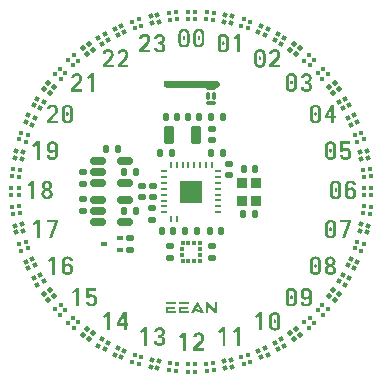
<source format=gbr>
%TF.GenerationSoftware,KiCad,Pcbnew,9.0.2*%
%TF.CreationDate,2025-07-09T19:39:00-04:00*%
%TF.ProjectId,WristWatch,57726973-7457-4617-9463-682e6b696361,rev?*%
%TF.SameCoordinates,Original*%
%TF.FileFunction,Soldermask,Top*%
%TF.FilePolarity,Negative*%
%FSLAX46Y46*%
G04 Gerber Fmt 4.6, Leading zero omitted, Abs format (unit mm)*
G04 Created by KiCad (PCBNEW 9.0.2) date 2025-07-09 19:39:00*
%MOMM*%
%LPD*%
G01*
G04 APERTURE LIST*
G04 Aperture macros list*
%AMRoundRect*
0 Rectangle with rounded corners*
0 $1 Rounding radius*
0 $2 $3 $4 $5 $6 $7 $8 $9 X,Y pos of 4 corners*
0 Add a 4 corners polygon primitive as box body*
4,1,4,$2,$3,$4,$5,$6,$7,$8,$9,$2,$3,0*
0 Add four circle primitives for the rounded corners*
1,1,$1+$1,$2,$3*
1,1,$1+$1,$4,$5*
1,1,$1+$1,$6,$7*
1,1,$1+$1,$8,$9*
0 Add four rect primitives between the rounded corners*
20,1,$1+$1,$2,$3,$4,$5,0*
20,1,$1+$1,$4,$5,$6,$7,0*
20,1,$1+$1,$6,$7,$8,$9,0*
20,1,$1+$1,$8,$9,$2,$3,0*%
G04 Aperture macros list end*
%ADD10C,0.300000*%
%ADD11C,0.250000*%
%ADD12C,0.600000*%
%ADD13RoundRect,0.140000X0.140000X0.170000X-0.140000X0.170000X-0.140000X-0.170000X0.140000X-0.170000X0*%
%ADD14RoundRect,0.100000X0.100000X-0.100000X0.100000X0.100000X-0.100000X0.100000X-0.100000X-0.100000X0*%
%ADD15RoundRect,0.150000X-0.512500X-0.150000X0.512500X-0.150000X0.512500X0.150000X-0.512500X0.150000X0*%
%ADD16RoundRect,0.100000X-0.132028X0.050681X-0.050681X-0.132028X0.132028X-0.050681X0.050681X0.132028X0*%
%ADD17RoundRect,0.100000X0.136603X-0.036603X0.036603X0.136603X-0.136603X0.036603X-0.036603X-0.136603X0*%
%ADD18RoundRect,0.100000X-0.022123X-0.139680X0.139680X-0.022123X0.022123X0.139680X-0.139680X0.022123X0*%
%ADD19RoundRect,0.100000X-0.050681X-0.132028X0.132028X-0.050681X0.050681X0.132028X-0.132028X0.050681X0*%
%ADD20RoundRect,0.135000X0.185000X-0.135000X0.185000X0.135000X-0.185000X0.135000X-0.185000X-0.135000X0*%
%ADD21RoundRect,0.100000X0.118606X0.077024X-0.077024X0.118606X-0.118606X-0.077024X0.077024X-0.118606X0*%
%ADD22RoundRect,0.062500X-0.062500X0.187500X-0.062500X-0.187500X0.062500X-0.187500X0.062500X0.187500X0*%
%ADD23RoundRect,0.062500X-0.187500X0.062500X-0.187500X-0.062500X0.187500X-0.062500X0.187500X0.062500X0*%
%ADD24R,1.850000X1.850000*%
%ADD25RoundRect,0.100000X-0.022123X0.139680X-0.139680X-0.022123X0.022123X-0.139680X0.139680X0.022123X0*%
%ADD26RoundRect,0.140000X-0.140000X-0.170000X0.140000X-0.170000X0.140000X0.170000X-0.140000X0.170000X0*%
%ADD27RoundRect,0.135000X-0.135000X-0.185000X0.135000X-0.185000X0.135000X0.185000X-0.135000X0.185000X0*%
%ADD28RoundRect,0.100000X0.050681X0.132028X-0.132028X0.050681X-0.050681X-0.132028X0.132028X-0.050681X0*%
%ADD29RoundRect,0.100000X-0.126007X0.064204X-0.064204X-0.126007X0.126007X-0.064204X0.064204X0.126007X0*%
%ADD30RoundRect,0.135000X-0.185000X0.135000X-0.185000X-0.135000X0.185000X-0.135000X0.185000X0.135000X0*%
%ADD31RoundRect,0.100000X0.022123X-0.139680X0.139680X0.022123X-0.022123X0.139680X-0.139680X-0.022123X0*%
%ADD32RoundRect,0.100000X0.077024X-0.118606X0.118606X0.077024X-0.077024X0.118606X-0.118606X-0.077024X0*%
%ADD33RoundRect,0.100000X-0.036603X-0.136603X0.136603X-0.036603X0.036603X0.136603X-0.136603X0.036603X0*%
%ADD34RoundRect,0.135000X0.135000X0.185000X-0.135000X0.185000X-0.135000X-0.185000X0.135000X-0.185000X0*%
%ADD35RoundRect,0.140000X0.170000X-0.140000X0.170000X0.140000X-0.170000X0.140000X-0.170000X-0.140000X0*%
%ADD36RoundRect,0.100000X0.141228X-0.007401X0.007401X0.141228X-0.141228X0.007401X-0.007401X-0.141228X0*%
%ADD37RoundRect,0.100000X-0.141228X0.007401X-0.007401X-0.141228X0.141228X-0.007401X0.007401X0.141228X0*%
%ADD38RoundRect,0.100000X0.064204X0.126007X-0.126007X0.064204X-0.064204X-0.126007X0.126007X-0.064204X0*%
%ADD39RoundRect,0.100000X-0.126007X-0.064204X0.064204X-0.126007X0.126007X0.064204X-0.064204X0.126007X0*%
%ADD40RoundRect,0.140000X-0.170000X0.140000X-0.170000X-0.140000X0.170000X-0.140000X0.170000X0.140000X0*%
%ADD41RoundRect,0.100000X0.050681X-0.132028X0.132028X0.050681X-0.050681X0.132028X-0.132028X-0.050681X0*%
%ADD42R,0.350000X0.375000*%
%ADD43R,0.375000X0.350000*%
%ADD44RoundRect,0.100000X0.077024X0.118606X-0.118606X0.077024X-0.077024X-0.118606X0.118606X-0.077024X0*%
%ADD45RoundRect,0.100000X-0.139680X0.022123X-0.022123X-0.139680X0.139680X-0.022123X0.022123X0.139680X0*%
%ADD46RoundRect,0.100000X0.088999X0.109905X-0.109905X0.088999X-0.088999X-0.109905X0.109905X-0.088999X0*%
%ADD47RoundRect,0.100000X-0.118606X-0.077024X0.077024X-0.118606X0.118606X0.077024X-0.077024X0.118606X0*%
%ADD48RoundRect,0.100000X0.109905X0.088999X-0.088999X0.109905X-0.109905X-0.088999X0.088999X-0.109905X0*%
%ADD49RoundRect,0.100000X-0.109905X-0.088999X0.088999X-0.109905X0.109905X0.088999X-0.088999X0.109905X0*%
%ADD50RoundRect,0.100000X0.064204X-0.126007X0.126007X0.064204X-0.064204X0.126007X-0.126007X-0.064204X0*%
%ADD51RoundRect,0.100000X0.036603X-0.136603X0.136603X0.036603X-0.036603X0.136603X-0.136603X-0.036603X0*%
%ADD52RoundRect,0.100000X-0.100000X-0.100000X0.100000X-0.100000X0.100000X0.100000X-0.100000X0.100000X0*%
%ADD53RoundRect,0.100000X0.036603X0.136603X-0.136603X0.036603X-0.036603X-0.136603X0.136603X-0.036603X0*%
%ADD54RoundRect,0.100000X-0.136603X-0.036603X0.036603X-0.136603X0.136603X0.036603X-0.036603X0.136603X0*%
%ADD55RoundRect,0.100000X-0.100000X0.100000X-0.100000X-0.100000X0.100000X-0.100000X0.100000X0.100000X0*%
%ADD56RoundRect,0.100000X0.022123X0.139680X-0.139680X0.022123X-0.022123X-0.139680X0.139680X-0.022123X0*%
%ADD57RoundRect,0.100000X0.136603X0.036603X-0.036603X0.136603X-0.136603X-0.036603X0.036603X-0.136603X0*%
%ADD58RoundRect,0.147500X0.172500X-0.147500X0.172500X0.147500X-0.172500X0.147500X-0.172500X-0.147500X0*%
%ADD59RoundRect,0.100000X-0.118606X0.077024X-0.077024X-0.118606X0.118606X-0.077024X0.077024X0.118606X0*%
%ADD60RoundRect,0.100000X-0.141228X-0.007401X0.007401X-0.141228X0.141228X0.007401X-0.007401X0.141228X0*%
%ADD61RoundRect,0.100000X-0.077024X0.118606X-0.118606X-0.077024X0.077024X-0.118606X0.118606X0.077024X0*%
%ADD62RoundRect,0.100000X-0.064204X0.126007X-0.126007X-0.064204X0.064204X-0.126007X0.126007X0.064204X0*%
%ADD63RoundRect,0.038260X-0.344340X0.421340X-0.344340X-0.421340X0.344340X-0.421340X0.344340X0.421340X0*%
%ADD64RoundRect,0.100000X0.088999X-0.109905X0.109905X0.088999X-0.088999X0.109905X-0.109905X-0.088999X0*%
%ADD65RoundRect,0.100000X-0.155000X-0.100000X0.155000X-0.100000X0.155000X0.100000X-0.155000X0.100000X0*%
%ADD66RoundRect,0.100000X0.126007X0.064204X-0.064204X0.126007X-0.126007X-0.064204X0.064204X-0.126007X0*%
%ADD67RoundRect,0.100000X-0.088999X0.109905X-0.109905X-0.088999X0.088999X-0.109905X0.109905X0.088999X0*%
%ADD68RoundRect,0.100000X0.139680X0.022123X-0.022123X0.139680X-0.139680X-0.022123X0.022123X-0.139680X0*%
%ADD69RoundRect,0.100000X-0.088999X-0.109905X0.109905X-0.088999X0.088999X0.109905X-0.109905X0.088999X0*%
%ADD70RoundRect,0.100000X-0.136603X0.036603X-0.036603X-0.136603X0.136603X-0.036603X0.036603X0.136603X0*%
%ADD71RoundRect,0.100000X0.132028X0.050681X-0.050681X0.132028X-0.132028X-0.050681X0.050681X-0.132028X0*%
%ADD72RoundRect,0.212500X0.212500X0.587500X-0.212500X0.587500X-0.212500X-0.587500X0.212500X-0.587500X0*%
%ADD73RoundRect,0.100000X-0.132028X-0.050681X0.050681X-0.132028X0.132028X0.050681X-0.050681X0.132028X0*%
%ADD74RoundRect,0.100000X-0.007401X-0.141228X0.141228X-0.007401X0.007401X0.141228X-0.141228X0.007401X0*%
%ADD75RoundRect,0.100000X0.126007X-0.064204X0.064204X0.126007X-0.126007X0.064204X-0.064204X-0.126007X0*%
%ADD76RoundRect,0.100000X0.118606X-0.077024X0.077024X0.118606X-0.118606X0.077024X-0.077024X-0.118606X0*%
%ADD77RoundRect,0.100000X-0.036603X0.136603X-0.136603X-0.036603X0.036603X-0.136603X0.136603X0.036603X0*%
%ADD78RoundRect,0.100000X0.007401X-0.141228X0.141228X0.007401X-0.007401X0.141228X-0.141228X-0.007401X0*%
%ADD79RoundRect,0.100000X0.109905X-0.088999X0.088999X0.109905X-0.109905X0.088999X-0.088999X-0.109905X0*%
%ADD80RoundRect,0.133750X0.133750X0.176250X-0.133750X0.176250X-0.133750X-0.176250X0.133750X-0.176250X0*%
%ADD81RoundRect,0.100000X-0.077024X-0.118606X0.118606X-0.077024X0.077024X0.118606X-0.118606X0.077024X0*%
%ADD82RoundRect,0.100000X-0.109905X0.088999X-0.088999X-0.109905X0.109905X-0.088999X0.088999X0.109905X0*%
%ADD83RoundRect,0.100000X0.141228X0.007401X-0.007401X0.141228X-0.141228X-0.007401X0.007401X-0.141228X0*%
%ADD84RoundRect,0.100000X-0.007401X0.141228X-0.141228X-0.007401X0.007401X-0.141228X0.141228X0.007401X0*%
%ADD85RoundRect,0.100000X-0.064204X-0.126007X0.126007X-0.064204X0.064204X0.126007X-0.126007X0.064204X0*%
%ADD86RoundRect,0.100000X-0.050681X0.132028X-0.132028X-0.050681X0.050681X-0.132028X0.132028X0.050681X0*%
%ADD87RoundRect,0.100000X0.139680X-0.022123X0.022123X0.139680X-0.139680X0.022123X-0.022123X-0.139680X0*%
%ADD88RoundRect,0.100000X0.132028X-0.050681X0.050681X0.132028X-0.132028X0.050681X-0.050681X-0.132028X0*%
%ADD89RoundRect,0.100000X0.007401X0.141228X-0.141228X0.007401X-0.007401X-0.141228X0.141228X-0.007401X0*%
%ADD90RoundRect,0.100000X0.100000X0.100000X-0.100000X0.100000X-0.100000X-0.100000X0.100000X-0.100000X0*%
%ADD91RoundRect,0.100000X-0.139680X-0.022123X0.022123X-0.139680X0.139680X0.022123X-0.022123X0.139680X0*%
%ADD92C,0.600000*%
%ADD93RoundRect,0.075000X-0.075000X0.225000X-0.075000X-0.225000X0.075000X-0.225000X0.075000X0.225000X0*%
%ADD94RoundRect,0.087500X0.312500X0.087500X-0.312500X0.087500X-0.312500X-0.087500X0.312500X-0.087500X0*%
G04 APERTURE END LIST*
D10*
G36*
X8503851Y9396175D02*
G01*
X8523963Y9384524D01*
X8539572Y9368881D01*
X8558440Y9328032D01*
X8563660Y9281870D01*
X8563660Y9191652D01*
X8558440Y9145399D01*
X8539572Y9104458D01*
X8503851Y9077255D01*
X8458788Y9067821D01*
X8413634Y9077255D01*
X8377914Y9104458D01*
X8359046Y9145399D01*
X8353825Y9191652D01*
X8353825Y9281870D01*
X8359046Y9328032D01*
X8377914Y9368881D01*
X8393523Y9384524D01*
X8413634Y9396175D01*
X8458788Y9405701D01*
X8503851Y9396175D01*
G37*
G36*
X8583627Y10014232D02*
G01*
X8644264Y9999768D01*
X8702146Y9977504D01*
X8756320Y9947188D01*
X8806010Y9908261D01*
X8848882Y9861979D01*
X8882672Y9809617D01*
X8907604Y9752452D01*
X8923613Y9692106D01*
X8935154Y9567267D01*
X8935154Y8906255D01*
X8923613Y8781325D01*
X8907604Y8720979D01*
X8882672Y8663813D01*
X8848882Y8611452D01*
X8806010Y8565170D01*
X8756330Y8526295D01*
X8702146Y8495927D01*
X8644262Y8473685D01*
X8583627Y8459290D01*
X8458788Y8448757D01*
X8333858Y8459290D01*
X8273210Y8473682D01*
X8215248Y8495927D01*
X8161124Y8526285D01*
X8111384Y8565170D01*
X8068586Y8611445D01*
X8034813Y8663813D01*
X8009952Y8720974D01*
X7993964Y8781325D01*
X7982423Y8906255D01*
X7982423Y9567267D01*
X8232101Y9567267D01*
X8232101Y8906255D01*
X8235243Y8858450D01*
X8244649Y8811733D01*
X8261740Y8767910D01*
X8287696Y8728843D01*
X8321936Y8697432D01*
X8364267Y8676361D01*
X8411090Y8664604D01*
X8458788Y8660699D01*
X8506474Y8664605D01*
X8553219Y8676361D01*
X8595550Y8697432D01*
X8629789Y8728843D01*
X8655724Y8767913D01*
X8672745Y8811733D01*
X8682220Y8858452D01*
X8685385Y8906255D01*
X8685385Y9567267D01*
X8682218Y9615057D01*
X8672745Y9661698D01*
X8655724Y9705518D01*
X8629789Y9744588D01*
X8595550Y9775999D01*
X8553219Y9797069D01*
X8506471Y9808895D01*
X8458788Y9812823D01*
X8411093Y9808896D01*
X8364267Y9797069D01*
X8321936Y9775999D01*
X8287696Y9744588D01*
X8261740Y9705520D01*
X8244649Y9661698D01*
X8235244Y9615060D01*
X8232101Y9567267D01*
X7982423Y9567267D01*
X7993964Y9692106D01*
X8009952Y9752457D01*
X8034813Y9809617D01*
X8068586Y9861985D01*
X8111384Y9908261D01*
X8161134Y9947198D01*
X8215248Y9977504D01*
X8273208Y9999771D01*
X8333858Y10014232D01*
X8458788Y10024765D01*
X8583627Y10014232D01*
G37*
G36*
X9723844Y8448757D02*
G01*
X9605325Y8457184D01*
X9546446Y8468704D01*
X9489829Y8486493D01*
X9436125Y8511098D01*
X9385965Y8543096D01*
X9341333Y8582052D01*
X9304174Y8627085D01*
X9274887Y8677723D01*
X9253799Y8734064D01*
X9241189Y8793141D01*
X9237038Y8851666D01*
X9237038Y8862108D01*
X9486715Y8862108D01*
X9486715Y8857986D01*
X9491408Y8814749D01*
X9505583Y8772898D01*
X9528574Y8735544D01*
X9559164Y8705762D01*
X9595808Y8683785D01*
X9636741Y8670133D01*
X9723844Y8660699D01*
X9769672Y8663825D01*
X9815161Y8673247D01*
X9857696Y8690589D01*
X9894936Y8717302D01*
X9925071Y8751915D01*
X9946319Y8792865D01*
X9958911Y8837561D01*
X9963080Y8883082D01*
X9959897Y8924449D01*
X9950441Y8963865D01*
X9935017Y9001332D01*
X9913713Y9036314D01*
X9887444Y9067622D01*
X9857109Y9094016D01*
X9823045Y9115273D01*
X9785760Y9130744D01*
X9707083Y9146498D01*
X9625201Y9149612D01*
X9625201Y9361554D01*
X9699756Y9364668D01*
X9771105Y9380422D01*
X9836135Y9416142D01*
X9864080Y9441211D01*
X9886510Y9469631D01*
X9918017Y9535760D01*
X9929558Y9609216D01*
X9926192Y9648791D01*
X9915911Y9688900D01*
X9898286Y9726264D01*
X9872863Y9758235D01*
X9840871Y9783411D01*
X9803620Y9800184D01*
X9763535Y9809698D01*
X9723844Y9812823D01*
X9645168Y9801191D01*
X9608651Y9785689D01*
X9576932Y9762356D01*
X9551615Y9732363D01*
X9533976Y9696319D01*
X9523714Y9657078D01*
X9520329Y9617643D01*
X9520329Y9611323D01*
X9270560Y9611323D01*
X9270560Y9625977D01*
X9274211Y9682303D01*
X9285215Y9738268D01*
X9303899Y9792083D01*
X9330369Y9842132D01*
X9364237Y9887492D01*
X9404924Y9927129D01*
X9451118Y9960204D01*
X9501370Y9985839D01*
X9554861Y10004488D01*
X9610546Y10016338D01*
X9723844Y10024765D01*
X9838242Y10015239D01*
X9894768Y10002356D01*
X9948426Y9982725D01*
X9998661Y9955795D01*
X10044963Y9920809D01*
X10085446Y9879300D01*
X10118419Y9832698D01*
X10144079Y9781697D01*
X10162474Y9726728D01*
X10173495Y9669825D01*
X10177129Y9613429D01*
X10173479Y9559218D01*
X10162474Y9505352D01*
X10144370Y9453384D01*
X10119426Y9404602D01*
X10087964Y9360042D01*
X10050183Y9320704D01*
X10007013Y9286949D01*
X9958867Y9258789D01*
X10013192Y9231762D01*
X10062731Y9196873D01*
X10106610Y9155095D01*
X10143515Y9107663D01*
X10172886Y9055245D01*
X10193890Y8998487D01*
X10206534Y8939219D01*
X10210742Y8878961D01*
X10206818Y8818438D01*
X10194989Y8758244D01*
X10175040Y8700254D01*
X10146720Y8645953D01*
X10110481Y8596908D01*
X10066944Y8554728D01*
X10017448Y8519590D01*
X9963080Y8491714D01*
X9905414Y8471293D01*
X9845569Y8458191D01*
X9723844Y8448757D01*
G37*
D11*
G36*
X-2176264Y-9340731D02*
G01*
X-2176264Y-9536919D01*
X-1294425Y-9536919D01*
X-1294425Y-9340731D01*
X-2176264Y-9340731D01*
G37*
G36*
X-1980075Y-9928623D02*
G01*
X-1392183Y-9928623D01*
X-1392183Y-9733168D01*
X-2176264Y-9733168D01*
X-2176264Y-10321000D01*
X-1294425Y-10321000D01*
X-1294425Y-10124811D01*
X-1980075Y-10124811D01*
X-1980075Y-9928623D01*
G37*
G36*
X-1055677Y-9340731D02*
G01*
X-1055677Y-9536919D01*
X-173839Y-9536919D01*
X-173839Y-9340731D01*
X-1055677Y-9340731D01*
G37*
G36*
X-859489Y-9928623D02*
G01*
X-271597Y-9928623D01*
X-271597Y-9733168D01*
X-1055677Y-9733168D01*
X-1055677Y-10321000D01*
X-173839Y-10321000D01*
X-173839Y-10124811D01*
X-859489Y-10124811D01*
X-859489Y-9928623D01*
G37*
G36*
X1074547Y-10321000D02*
G01*
X898203Y-10321000D01*
X300053Y-10091350D01*
X182450Y-10321000D01*
X-37673Y-10321000D01*
X169810Y-9915678D01*
X390300Y-9915678D01*
X715693Y-10040731D01*
X522863Y-9655865D01*
X390300Y-9915678D01*
X169810Y-9915678D01*
X464123Y-9340731D01*
X584412Y-9340731D01*
X1074547Y-10321000D01*
G37*
G36*
X1441277Y-9651102D02*
G01*
X1980627Y-10321000D01*
X2176815Y-10321000D01*
X2176815Y-9340731D01*
X1980627Y-9340731D01*
X1980627Y-10010017D01*
X1441277Y-9340731D01*
X1245089Y-9340731D01*
X1245089Y-10321000D01*
X1441277Y-10321000D01*
X1441277Y-9651102D01*
G37*
D10*
G36*
X-10176852Y8465519D02*
G01*
X-10176852Y8677460D01*
X-9666965Y9252469D01*
X-9606057Y9323818D01*
X-9550461Y9400389D01*
X-9512726Y9486393D01*
X-9502509Y9532196D01*
X-9499079Y9579815D01*
X-9510619Y9669025D01*
X-9526952Y9711413D01*
X-9552568Y9747702D01*
X-9586085Y9776817D01*
X-9626024Y9797069D01*
X-9669734Y9808876D01*
X-9715142Y9812823D01*
X-9797024Y9802290D01*
X-9834733Y9787593D01*
X-9868374Y9764463D01*
X-9895923Y9734380D01*
X-9915635Y9698426D01*
X-9927380Y9658821D01*
X-9931297Y9617643D01*
X-9931297Y9611323D01*
X-10181066Y9611323D01*
X-10181066Y9623871D01*
X-10177127Y9682128D01*
X-10165312Y9739275D01*
X-10145582Y9793999D01*
X-10118143Y9844239D01*
X-10083026Y9889289D01*
X-10040473Y9928136D01*
X-9992424Y9960454D01*
X-9940822Y9985839D01*
X-9886403Y10004523D01*
X-9830638Y10016338D01*
X-9715142Y10024765D01*
X-9593509Y10015239D01*
X-9533909Y10001609D01*
X-9477005Y9979610D01*
X-9424059Y9949465D01*
X-9376347Y9911375D01*
X-9335087Y9866485D01*
X-9301791Y9815937D01*
X-9276894Y9760700D01*
X-9260850Y9701540D01*
X-9249310Y9579815D01*
X-9253537Y9513348D01*
X-9266162Y9448657D01*
X-9286860Y9386221D01*
X-9315438Y9326932D01*
X-9350533Y9270888D01*
X-9391001Y9217848D01*
X-9478013Y9118196D01*
X-9480119Y9113983D01*
X-9866267Y8677460D01*
X-9257736Y8677460D01*
X-9257736Y8465519D01*
X-10176852Y8465519D01*
G37*
G36*
X-8519329Y8465519D02*
G01*
X-8519329Y9749808D01*
X-8733377Y9554628D01*
X-8871863Y9682672D01*
X-8519329Y10007912D01*
X-8271667Y10007912D01*
X-8271667Y8465519D01*
X-8519329Y8465519D01*
G37*
G36*
X11830297Y-3018289D02*
G01*
X11850409Y-3029940D01*
X11866018Y-3045583D01*
X11884886Y-3086432D01*
X11890106Y-3132594D01*
X11890106Y-3222812D01*
X11884886Y-3269065D01*
X11866018Y-3310006D01*
X11830297Y-3337209D01*
X11785234Y-3346643D01*
X11740080Y-3337209D01*
X11704360Y-3310006D01*
X11685492Y-3269065D01*
X11680271Y-3222812D01*
X11680271Y-3132594D01*
X11685492Y-3086432D01*
X11704360Y-3045583D01*
X11719969Y-3029940D01*
X11740080Y-3018289D01*
X11785234Y-3008763D01*
X11830297Y-3018289D01*
G37*
G36*
X11910073Y-2400232D02*
G01*
X11970710Y-2414696D01*
X12028592Y-2436960D01*
X12082766Y-2467276D01*
X12132456Y-2506203D01*
X12175328Y-2552485D01*
X12209118Y-2604847D01*
X12234050Y-2662012D01*
X12250059Y-2722358D01*
X12261600Y-2847197D01*
X12261600Y-3508209D01*
X12250059Y-3633139D01*
X12234050Y-3693485D01*
X12209118Y-3750651D01*
X12175328Y-3803012D01*
X12132456Y-3849294D01*
X12082776Y-3888169D01*
X12028592Y-3918537D01*
X11970708Y-3940779D01*
X11910073Y-3955174D01*
X11785234Y-3965707D01*
X11660304Y-3955174D01*
X11599656Y-3940782D01*
X11541694Y-3918537D01*
X11487570Y-3888179D01*
X11437830Y-3849294D01*
X11395032Y-3803019D01*
X11361259Y-3750651D01*
X11336398Y-3693490D01*
X11320410Y-3633139D01*
X11308869Y-3508209D01*
X11308869Y-2847197D01*
X11558547Y-2847197D01*
X11558547Y-3508209D01*
X11561689Y-3556014D01*
X11571095Y-3602731D01*
X11588186Y-3646554D01*
X11614142Y-3685621D01*
X11648382Y-3717032D01*
X11690713Y-3738103D01*
X11737536Y-3749860D01*
X11785234Y-3753765D01*
X11832920Y-3749859D01*
X11879665Y-3738103D01*
X11921996Y-3717032D01*
X11956235Y-3685621D01*
X11982170Y-3646551D01*
X11999191Y-3602731D01*
X12008666Y-3556012D01*
X12011831Y-3508209D01*
X12011831Y-2847197D01*
X12008664Y-2799407D01*
X11999191Y-2752766D01*
X11982170Y-2708946D01*
X11956235Y-2669876D01*
X11921996Y-2638465D01*
X11879665Y-2617395D01*
X11832917Y-2605569D01*
X11785234Y-2601641D01*
X11737539Y-2605568D01*
X11690713Y-2617395D01*
X11648382Y-2638465D01*
X11614142Y-2669876D01*
X11588186Y-2708944D01*
X11571095Y-2752766D01*
X11561690Y-2799404D01*
X11558547Y-2847197D01*
X11308869Y-2847197D01*
X11320410Y-2722358D01*
X11336398Y-2662007D01*
X11361259Y-2604847D01*
X11395032Y-2552479D01*
X11437830Y-2506203D01*
X11487580Y-2467266D01*
X11541694Y-2436960D01*
X11599654Y-2414693D01*
X11660304Y-2400232D01*
X11785234Y-2389699D01*
X11910073Y-2400232D01*
G37*
G36*
X13029316Y-3948946D02*
G01*
X12769106Y-3948946D01*
X13243364Y-2618494D01*
X12584458Y-2618494D01*
X12584458Y-2406552D01*
X13503575Y-2406552D01*
X13503575Y-2618494D01*
X13029316Y-3948946D01*
G37*
G36*
X2742278Y12722621D02*
G01*
X2762390Y12710970D01*
X2777999Y12695327D01*
X2796867Y12654478D01*
X2802087Y12608316D01*
X2802087Y12518098D01*
X2796867Y12471845D01*
X2777999Y12430904D01*
X2742278Y12403701D01*
X2697215Y12394267D01*
X2652061Y12403701D01*
X2616341Y12430904D01*
X2597473Y12471845D01*
X2592252Y12518098D01*
X2592252Y12608316D01*
X2597473Y12654478D01*
X2616341Y12695327D01*
X2631950Y12710970D01*
X2652061Y12722621D01*
X2697215Y12732147D01*
X2742278Y12722621D01*
G37*
G36*
X2822054Y13340678D02*
G01*
X2882691Y13326214D01*
X2940573Y13303950D01*
X2994747Y13273634D01*
X3044437Y13234707D01*
X3087309Y13188425D01*
X3121099Y13136063D01*
X3146031Y13078898D01*
X3162040Y13018552D01*
X3173581Y12893713D01*
X3173581Y12232701D01*
X3162040Y12107771D01*
X3146031Y12047425D01*
X3121099Y11990259D01*
X3087309Y11937898D01*
X3044437Y11891616D01*
X2994757Y11852741D01*
X2940573Y11822373D01*
X2882689Y11800131D01*
X2822054Y11785736D01*
X2697215Y11775203D01*
X2572285Y11785736D01*
X2511637Y11800128D01*
X2453675Y11822373D01*
X2399551Y11852731D01*
X2349811Y11891616D01*
X2307013Y11937891D01*
X2273240Y11990259D01*
X2248379Y12047420D01*
X2232391Y12107771D01*
X2220850Y12232701D01*
X2220850Y12893713D01*
X2470528Y12893713D01*
X2470528Y12232701D01*
X2473670Y12184896D01*
X2483076Y12138179D01*
X2500167Y12094356D01*
X2526123Y12055289D01*
X2560363Y12023878D01*
X2602694Y12002807D01*
X2649517Y11991050D01*
X2697215Y11987145D01*
X2744901Y11991051D01*
X2791646Y12002807D01*
X2833977Y12023878D01*
X2868216Y12055289D01*
X2894151Y12094359D01*
X2911172Y12138179D01*
X2920647Y12184898D01*
X2923812Y12232701D01*
X2923812Y12893713D01*
X2920645Y12941503D01*
X2911172Y12988144D01*
X2894151Y13031964D01*
X2868216Y13071034D01*
X2833977Y13102445D01*
X2791646Y13123515D01*
X2744898Y13135341D01*
X2697215Y13139269D01*
X2649520Y13135342D01*
X2602694Y13123515D01*
X2560363Y13102445D01*
X2526123Y13071034D01*
X2500167Y13031966D01*
X2483076Y12988144D01*
X2473671Y12941506D01*
X2470528Y12893713D01*
X2220850Y12893713D01*
X2232391Y13018552D01*
X2248379Y13078903D01*
X2273240Y13136063D01*
X2307013Y13188431D01*
X2349811Y13234707D01*
X2399561Y13273644D01*
X2453675Y13303950D01*
X2511635Y13326217D01*
X2572285Y13340678D01*
X2697215Y13351211D01*
X2822054Y13340678D01*
G37*
G36*
X3895135Y11791965D02*
G01*
X3895135Y13076254D01*
X3681087Y12881074D01*
X3542601Y13009118D01*
X3895135Y13334358D01*
X4142797Y13334358D01*
X4142797Y11791965D01*
X3895135Y11791965D01*
G37*
G36*
X-4415279Y11791965D02*
G01*
X-4415279Y12003906D01*
X-3905392Y12578915D01*
X-3844484Y12650264D01*
X-3788888Y12726835D01*
X-3751153Y12812839D01*
X-3740936Y12858642D01*
X-3737506Y12906261D01*
X-3749046Y12995471D01*
X-3765379Y13037859D01*
X-3790995Y13074148D01*
X-3824512Y13103263D01*
X-3864451Y13123515D01*
X-3908161Y13135322D01*
X-3953569Y13139269D01*
X-4035451Y13128736D01*
X-4073160Y13114039D01*
X-4106801Y13090909D01*
X-4134350Y13060826D01*
X-4154062Y13024872D01*
X-4165807Y12985267D01*
X-4169724Y12944089D01*
X-4169724Y12937769D01*
X-4419493Y12937769D01*
X-4419493Y12950317D01*
X-4415554Y13008574D01*
X-4403739Y13065721D01*
X-4384009Y13120445D01*
X-4356570Y13170685D01*
X-4321453Y13215735D01*
X-4278900Y13254582D01*
X-4230851Y13286900D01*
X-4179249Y13312285D01*
X-4124830Y13330969D01*
X-4069065Y13342784D01*
X-3953569Y13351211D01*
X-3831936Y13341685D01*
X-3772336Y13328055D01*
X-3715432Y13306056D01*
X-3662486Y13275911D01*
X-3614774Y13237821D01*
X-3573514Y13192931D01*
X-3540218Y13142383D01*
X-3515321Y13087146D01*
X-3499277Y13027986D01*
X-3487737Y12906261D01*
X-3491964Y12839794D01*
X-3504589Y12775103D01*
X-3525287Y12712667D01*
X-3553865Y12653378D01*
X-3588960Y12597334D01*
X-3629428Y12544294D01*
X-3716440Y12444642D01*
X-3718546Y12440429D01*
X-4104694Y12003906D01*
X-3496163Y12003906D01*
X-3496163Y11791965D01*
X-4415279Y11791965D01*
G37*
G36*
X-2690620Y11775203D02*
G01*
X-2809139Y11783630D01*
X-2868018Y11795150D01*
X-2924635Y11812939D01*
X-2978339Y11837544D01*
X-3028499Y11869542D01*
X-3073131Y11908498D01*
X-3110290Y11953531D01*
X-3139577Y12004169D01*
X-3160665Y12060510D01*
X-3173275Y12119587D01*
X-3177426Y12178112D01*
X-3177426Y12188554D01*
X-2927749Y12188554D01*
X-2927749Y12184432D01*
X-2923056Y12141195D01*
X-2908881Y12099344D01*
X-2885890Y12061990D01*
X-2855300Y12032208D01*
X-2818656Y12010231D01*
X-2777723Y11996579D01*
X-2690620Y11987145D01*
X-2644792Y11990271D01*
X-2599303Y11999693D01*
X-2556768Y12017035D01*
X-2519528Y12043748D01*
X-2489393Y12078361D01*
X-2468145Y12119311D01*
X-2455553Y12164007D01*
X-2451384Y12209528D01*
X-2454567Y12250895D01*
X-2464023Y12290311D01*
X-2479447Y12327778D01*
X-2500751Y12362760D01*
X-2527020Y12394068D01*
X-2557355Y12420462D01*
X-2591419Y12441719D01*
X-2628704Y12457190D01*
X-2707381Y12472944D01*
X-2789263Y12476058D01*
X-2789263Y12688000D01*
X-2714708Y12691114D01*
X-2643359Y12706868D01*
X-2578329Y12742588D01*
X-2550384Y12767657D01*
X-2527954Y12796077D01*
X-2496447Y12862206D01*
X-2484906Y12935662D01*
X-2488272Y12975237D01*
X-2498553Y13015346D01*
X-2516178Y13052710D01*
X-2541601Y13084681D01*
X-2573593Y13109857D01*
X-2610844Y13126630D01*
X-2650929Y13136144D01*
X-2690620Y13139269D01*
X-2769296Y13127637D01*
X-2805813Y13112135D01*
X-2837532Y13088802D01*
X-2862849Y13058809D01*
X-2880488Y13022765D01*
X-2890750Y12983524D01*
X-2894135Y12944089D01*
X-2894135Y12937769D01*
X-3143904Y12937769D01*
X-3143904Y12952423D01*
X-3140253Y13008749D01*
X-3129249Y13064714D01*
X-3110565Y13118529D01*
X-3084095Y13168578D01*
X-3050227Y13213938D01*
X-3009540Y13253575D01*
X-2963346Y13286650D01*
X-2913094Y13312285D01*
X-2859603Y13330934D01*
X-2803918Y13342784D01*
X-2690620Y13351211D01*
X-2576222Y13341685D01*
X-2519696Y13328802D01*
X-2466038Y13309171D01*
X-2415803Y13282241D01*
X-2369501Y13247255D01*
X-2329018Y13205746D01*
X-2296045Y13159144D01*
X-2270385Y13108143D01*
X-2251990Y13053174D01*
X-2240969Y12996271D01*
X-2237335Y12939875D01*
X-2240985Y12885664D01*
X-2251990Y12831798D01*
X-2270094Y12779830D01*
X-2295038Y12731048D01*
X-2326500Y12686488D01*
X-2364281Y12647150D01*
X-2407451Y12613395D01*
X-2455597Y12585235D01*
X-2401272Y12558208D01*
X-2351733Y12523319D01*
X-2307854Y12481541D01*
X-2270949Y12434109D01*
X-2241578Y12381691D01*
X-2220574Y12324933D01*
X-2207930Y12265665D01*
X-2203722Y12205407D01*
X-2207646Y12144884D01*
X-2219475Y12084690D01*
X-2239424Y12026700D01*
X-2267744Y11972399D01*
X-2303983Y11923354D01*
X-2347520Y11881174D01*
X-2397016Y11846036D01*
X-2451384Y11818160D01*
X-2509050Y11797739D01*
X-2568895Y11784637D01*
X-2690620Y11775203D01*
G37*
G36*
X5736061Y-11753005D02*
G01*
X5736061Y-10468715D01*
X5522013Y-10663895D01*
X5383527Y-10535851D01*
X5736061Y-10210611D01*
X5983724Y-10210611D01*
X5983724Y-11753005D01*
X5736061Y-11753005D01*
G37*
G36*
X7100860Y-10822348D02*
G01*
X7120972Y-10833999D01*
X7136580Y-10849642D01*
X7155448Y-10890491D01*
X7160669Y-10936653D01*
X7160669Y-11026871D01*
X7155448Y-11073124D01*
X7136580Y-11114065D01*
X7100860Y-11141268D01*
X7055797Y-11150702D01*
X7010643Y-11141268D01*
X6974922Y-11114065D01*
X6956054Y-11073124D01*
X6950834Y-11026871D01*
X6950834Y-10936653D01*
X6956054Y-10890491D01*
X6974922Y-10849642D01*
X6990531Y-10833999D01*
X7010643Y-10822348D01*
X7055797Y-10812822D01*
X7100860Y-10822348D01*
G37*
G36*
X7180636Y-10204291D02*
G01*
X7241272Y-10218755D01*
X7299155Y-10241019D01*
X7353329Y-10271335D01*
X7403019Y-10310262D01*
X7445890Y-10356544D01*
X7479681Y-10408906D01*
X7504613Y-10466071D01*
X7520622Y-10526417D01*
X7532162Y-10651256D01*
X7532162Y-11312268D01*
X7520622Y-11437198D01*
X7504613Y-11497544D01*
X7479681Y-11554710D01*
X7445890Y-11607071D01*
X7403019Y-11653353D01*
X7353339Y-11692228D01*
X7299155Y-11722596D01*
X7241271Y-11744838D01*
X7180636Y-11759233D01*
X7055797Y-11769766D01*
X6930867Y-11759233D01*
X6870218Y-11744841D01*
X6812256Y-11722596D01*
X6758133Y-11692238D01*
X6708392Y-11653353D01*
X6665594Y-11607078D01*
X6631822Y-11554710D01*
X6606960Y-11497549D01*
X6590972Y-11437198D01*
X6579432Y-11312268D01*
X6579432Y-10651256D01*
X6829109Y-10651256D01*
X6829109Y-11312268D01*
X6832252Y-11360073D01*
X6841657Y-11406790D01*
X6858749Y-11450613D01*
X6884705Y-11489680D01*
X6918944Y-11521091D01*
X6961275Y-11542162D01*
X7008099Y-11553919D01*
X7055797Y-11557824D01*
X7103483Y-11553918D01*
X7150228Y-11542162D01*
X7192558Y-11521091D01*
X7226798Y-11489680D01*
X7252732Y-11450610D01*
X7269754Y-11406790D01*
X7279229Y-11360071D01*
X7282393Y-11312268D01*
X7282393Y-10651256D01*
X7279227Y-10603466D01*
X7269754Y-10556825D01*
X7252732Y-10513005D01*
X7226798Y-10473935D01*
X7192558Y-10442524D01*
X7150228Y-10421454D01*
X7103480Y-10409628D01*
X7055797Y-10405700D01*
X7008102Y-10409627D01*
X6961275Y-10421454D01*
X6918944Y-10442524D01*
X6884705Y-10473935D01*
X6858749Y-10513003D01*
X6841657Y-10556825D01*
X6832253Y-10603463D01*
X6829109Y-10651256D01*
X6579432Y-10651256D01*
X6590972Y-10526417D01*
X6606960Y-10466066D01*
X6631822Y-10408906D01*
X6665594Y-10356538D01*
X6708392Y-10310262D01*
X6758143Y-10271325D01*
X6812256Y-10241019D01*
X6870217Y-10218752D01*
X6930867Y-10204291D01*
X7055797Y-10193758D01*
X7180636Y-10204291D01*
G37*
G36*
X-13104603Y2703946D02*
G01*
X-13104603Y3988235D01*
X-13318651Y3793055D01*
X-13457137Y3921099D01*
X-13104603Y4246339D01*
X-12856940Y4246339D01*
X-12856940Y2703946D01*
X-13104603Y2703946D01*
G37*
G36*
X-11660028Y4252659D02*
G01*
X-11599392Y4238195D01*
X-11541509Y4215931D01*
X-11487335Y4185615D01*
X-11437645Y4146688D01*
X-11394774Y4100406D01*
X-11360983Y4048044D01*
X-11336051Y3990879D01*
X-11320042Y3930533D01*
X-11308502Y3805694D01*
X-11308502Y3144682D01*
X-11320042Y3019752D01*
X-11336305Y2959464D01*
X-11362082Y2902240D01*
X-11396447Y2849758D01*
X-11438653Y2803597D01*
X-11487665Y2764831D01*
X-11542517Y2734354D01*
X-11601338Y2712077D01*
X-11662135Y2697717D01*
X-11786973Y2687184D01*
X-11904576Y2695611D01*
X-11962350Y2707130D01*
X-12017875Y2724920D01*
X-12070411Y2749747D01*
X-12119632Y2782622D01*
X-12163286Y2822368D01*
X-12199408Y2867619D01*
X-12227890Y2918042D01*
X-12248684Y2973590D01*
X-12261277Y3031718D01*
X-12265445Y3090093D01*
X-12265445Y3100535D01*
X-12015768Y3100535D01*
X-12015768Y3096413D01*
X-12011291Y3053286D01*
X-11997908Y3012424D01*
X-11976250Y2975796D01*
X-11947533Y2946295D01*
X-11912673Y2924145D01*
X-11872062Y2909567D01*
X-11786973Y2899126D01*
X-11739288Y2903032D01*
X-11692543Y2914788D01*
X-11649948Y2935613D01*
X-11614965Y2966262D01*
X-11588264Y3004721D01*
X-11570910Y3049152D01*
X-11561420Y3096742D01*
X-11558271Y3144682D01*
X-11558271Y3499322D01*
X-11580491Y3450612D01*
X-11609653Y3404800D01*
X-11645223Y3364268D01*
X-11686315Y3331344D01*
X-11732479Y3306061D01*
X-11783859Y3288388D01*
X-11837420Y3278111D01*
X-11889830Y3274741D01*
X-11946019Y3278407D01*
X-12001113Y3289396D01*
X-12053362Y3308625D01*
X-12100764Y3336657D01*
X-12142634Y3372503D01*
X-12178434Y3415333D01*
X-12207340Y3463184D01*
X-12228809Y3513977D01*
X-12253905Y3622054D01*
X-12261232Y3732238D01*
X-12261232Y3805694D01*
X-12011555Y3805694D01*
X-12011555Y3732238D01*
X-12008461Y3686127D01*
X-11999007Y3638816D01*
X-11981819Y3594305D01*
X-11955959Y3555926D01*
X-11921838Y3525146D01*
X-11879389Y3503444D01*
X-11832523Y3490854D01*
X-11784867Y3486683D01*
X-11737224Y3490856D01*
X-11690436Y3503444D01*
X-11647987Y3525146D01*
X-11613866Y3555926D01*
X-11588027Y3594308D01*
X-11570910Y3638816D01*
X-11561386Y3686130D01*
X-11558271Y3732238D01*
X-11558271Y3805694D01*
X-11561437Y3853484D01*
X-11570910Y3900125D01*
X-11587932Y3943945D01*
X-11613866Y3983015D01*
X-11648106Y4014426D01*
X-11690436Y4035496D01*
X-11737184Y4047322D01*
X-11784867Y4051250D01*
X-11832562Y4047323D01*
X-11879389Y4035496D01*
X-11921720Y4014426D01*
X-11955959Y3983015D01*
X-11981915Y3943947D01*
X-11999007Y3900125D01*
X-12008411Y3853487D01*
X-12011555Y3805694D01*
X-12261232Y3805694D01*
X-12249692Y3930533D01*
X-12233704Y3990884D01*
X-12208842Y4048044D01*
X-12175070Y4100412D01*
X-12132272Y4146688D01*
X-12082521Y4185625D01*
X-12028408Y4215931D01*
X-11970447Y4238198D01*
X-11909797Y4252659D01*
X-11784867Y4263192D01*
X-11660028Y4252659D01*
G37*
G36*
X10546337Y-6118043D02*
G01*
X10566449Y-6129694D01*
X10582058Y-6145337D01*
X10600926Y-6186186D01*
X10606146Y-6232348D01*
X10606146Y-6322566D01*
X10600926Y-6368819D01*
X10582058Y-6409760D01*
X10546337Y-6436963D01*
X10501274Y-6446397D01*
X10456120Y-6436963D01*
X10420400Y-6409760D01*
X10401532Y-6368819D01*
X10396311Y-6322566D01*
X10396311Y-6232348D01*
X10401532Y-6186186D01*
X10420400Y-6145337D01*
X10436009Y-6129694D01*
X10456120Y-6118043D01*
X10501274Y-6108517D01*
X10546337Y-6118043D01*
G37*
G36*
X10626113Y-5499986D02*
G01*
X10686750Y-5514450D01*
X10744632Y-5536714D01*
X10798806Y-5567030D01*
X10848496Y-5605957D01*
X10891368Y-5652239D01*
X10925158Y-5704601D01*
X10950090Y-5761766D01*
X10966099Y-5822112D01*
X10977640Y-5946951D01*
X10977640Y-6607963D01*
X10966099Y-6732893D01*
X10950090Y-6793239D01*
X10925158Y-6850405D01*
X10891368Y-6902766D01*
X10848496Y-6949048D01*
X10798816Y-6987923D01*
X10744632Y-7018291D01*
X10686748Y-7040533D01*
X10626113Y-7054928D01*
X10501274Y-7065461D01*
X10376344Y-7054928D01*
X10315696Y-7040536D01*
X10257734Y-7018291D01*
X10203610Y-6987933D01*
X10153870Y-6949048D01*
X10111072Y-6902773D01*
X10077299Y-6850405D01*
X10052438Y-6793244D01*
X10036450Y-6732893D01*
X10024909Y-6607963D01*
X10024909Y-5946951D01*
X10274587Y-5946951D01*
X10274587Y-6607963D01*
X10277729Y-6655768D01*
X10287135Y-6702485D01*
X10304226Y-6746308D01*
X10330182Y-6785375D01*
X10364422Y-6816786D01*
X10406753Y-6837857D01*
X10453576Y-6849614D01*
X10501274Y-6853519D01*
X10548960Y-6849613D01*
X10595705Y-6837857D01*
X10638036Y-6816786D01*
X10672275Y-6785375D01*
X10698210Y-6746305D01*
X10715231Y-6702485D01*
X10724706Y-6655766D01*
X10727871Y-6607963D01*
X10727871Y-5946951D01*
X10724704Y-5899161D01*
X10715231Y-5852520D01*
X10698210Y-5808700D01*
X10672275Y-5769630D01*
X10638036Y-5738219D01*
X10595705Y-5717149D01*
X10548957Y-5705323D01*
X10501274Y-5701395D01*
X10453579Y-5705322D01*
X10406753Y-5717149D01*
X10364422Y-5738219D01*
X10330182Y-5769630D01*
X10304226Y-5808698D01*
X10287135Y-5852520D01*
X10277730Y-5899158D01*
X10274587Y-5946951D01*
X10024909Y-5946951D01*
X10036450Y-5822112D01*
X10052438Y-5761761D01*
X10077299Y-5704601D01*
X10111072Y-5652233D01*
X10153870Y-5605957D01*
X10203620Y-5567020D01*
X10257734Y-5536714D01*
X10315694Y-5514447D01*
X10376344Y-5499986D01*
X10501274Y-5489453D01*
X10626113Y-5499986D01*
G37*
G36*
X11872301Y-5498979D02*
G01*
X11926878Y-5512088D01*
X11979371Y-5532593D01*
X12028621Y-5560060D01*
X12073802Y-5594417D01*
X12113188Y-5635091D01*
X12145151Y-5681520D01*
X12169503Y-5732370D01*
X12186001Y-5786483D01*
X12195486Y-5842379D01*
X12198640Y-5898682D01*
X12188107Y-6003645D01*
X12173942Y-6054650D01*
X12152478Y-6102289D01*
X12124196Y-6146281D01*
X12089464Y-6186278D01*
X12049642Y-6221365D01*
X12005566Y-6251216D01*
X12055995Y-6279958D01*
X12103111Y-6316337D01*
X12144684Y-6358938D01*
X12178673Y-6406555D01*
X12204894Y-6458874D01*
X12222820Y-6515731D01*
X12233077Y-6574626D01*
X12236467Y-6633151D01*
X12233061Y-6693732D01*
X12222820Y-6753868D01*
X12204664Y-6811703D01*
X12177666Y-6865151D01*
X12142340Y-6913510D01*
X12098897Y-6956376D01*
X12049509Y-6992372D01*
X11996132Y-7020398D01*
X11939497Y-7041070D01*
X11880728Y-7054928D01*
X11760102Y-7065461D01*
X11639385Y-7054928D01*
X11580615Y-7041070D01*
X11523980Y-7020398D01*
X11470588Y-6992377D01*
X11421124Y-6956376D01*
X11377756Y-6913516D01*
X11342447Y-6865151D01*
X11315449Y-6811703D01*
X11297292Y-6753868D01*
X11287120Y-6693735D01*
X11283737Y-6633151D01*
X11284095Y-6626923D01*
X11533414Y-6626923D01*
X11536827Y-6672563D01*
X11547061Y-6717140D01*
X11565434Y-6758324D01*
X11593223Y-6793710D01*
X11628609Y-6821499D01*
X11669793Y-6839872D01*
X11714449Y-6850108D01*
X11760102Y-6853519D01*
X11805742Y-6850106D01*
X11850319Y-6839872D01*
X11891504Y-6821499D01*
X11926889Y-6793710D01*
X11954679Y-6758324D01*
X11973051Y-6717140D01*
X11983286Y-6672563D01*
X11986698Y-6626923D01*
X11983578Y-6578711D01*
X11974059Y-6529378D01*
X11957184Y-6482404D01*
X11932110Y-6441176D01*
X11898764Y-6406964D01*
X11856548Y-6381367D01*
X11809306Y-6365626D01*
X11760102Y-6360393D01*
X11710818Y-6365628D01*
X11663565Y-6381367D01*
X11621407Y-6406954D01*
X11588003Y-6441176D01*
X11562908Y-6482402D01*
X11545962Y-6529378D01*
X11536512Y-6578709D01*
X11533414Y-6626923D01*
X11284095Y-6626923D01*
X11287105Y-6574624D01*
X11297292Y-6515731D01*
X11315198Y-6458868D01*
X11341348Y-6406555D01*
X11375392Y-6358928D01*
X11416910Y-6316337D01*
X11464101Y-6279954D01*
X11514546Y-6251216D01*
X11470454Y-6221369D01*
X11430557Y-6186278D01*
X11395899Y-6146287D01*
X11367634Y-6102289D01*
X11346149Y-6054652D01*
X11331914Y-6003645D01*
X11322102Y-5905002D01*
X11571241Y-5905002D01*
X11580675Y-5989998D01*
X11593780Y-6031482D01*
X11614198Y-6069774D01*
X11642011Y-6102557D01*
X11677121Y-6127477D01*
X11717282Y-6143207D01*
X11760102Y-6148451D01*
X11802829Y-6143207D01*
X11842900Y-6127477D01*
X11878067Y-6102547D01*
X11905824Y-6069774D01*
X11926313Y-6031477D01*
X11939437Y-5989998D01*
X11948963Y-5905002D01*
X11938430Y-5826325D01*
X11923984Y-5789768D01*
X11901702Y-5758090D01*
X11872681Y-5732683D01*
X11837680Y-5715042D01*
X11799384Y-5704801D01*
X11760102Y-5701395D01*
X11720728Y-5704801D01*
X11682341Y-5715042D01*
X11647417Y-5732677D01*
X11618411Y-5758090D01*
X11596180Y-5789759D01*
X11581683Y-5826325D01*
X11571241Y-5905002D01*
X11322102Y-5905002D01*
X11321473Y-5898682D01*
X11324604Y-5842377D01*
X11334020Y-5786483D01*
X11350588Y-5732368D01*
X11374962Y-5681520D01*
X11406979Y-5635081D01*
X11446311Y-5594417D01*
X11491492Y-5560060D01*
X11540742Y-5532593D01*
X11593300Y-5512082D01*
X11647811Y-5498979D01*
X11760102Y-5489453D01*
X11872301Y-5498979D01*
G37*
G36*
X-13542538Y-622500D02*
G01*
X-13542538Y661789D01*
X-13756586Y466609D01*
X-13895072Y594653D01*
X-13542538Y919893D01*
X-13294875Y919893D01*
X-13294875Y-622500D01*
X-13542538Y-622500D01*
G37*
G36*
X-12110603Y927220D02*
G01*
X-12056026Y914111D01*
X-12003533Y893606D01*
X-11954283Y866139D01*
X-11909102Y831782D01*
X-11869716Y791108D01*
X-11837753Y744679D01*
X-11813401Y693829D01*
X-11796903Y639716D01*
X-11787418Y583820D01*
X-11784264Y527517D01*
X-11794797Y422554D01*
X-11808962Y371549D01*
X-11830426Y323910D01*
X-11858708Y279918D01*
X-11893440Y239921D01*
X-11933262Y204834D01*
X-11977338Y174983D01*
X-11926909Y146241D01*
X-11879793Y109862D01*
X-11838220Y67261D01*
X-11804231Y19644D01*
X-11778010Y-32674D01*
X-11760084Y-89531D01*
X-11749827Y-148426D01*
X-11746437Y-206951D01*
X-11749843Y-267532D01*
X-11760084Y-327668D01*
X-11778240Y-385503D01*
X-11805238Y-438951D01*
X-11840564Y-487310D01*
X-11884007Y-530176D01*
X-11933395Y-566172D01*
X-11986772Y-594198D01*
X-12043407Y-614870D01*
X-12102176Y-628728D01*
X-12222802Y-639261D01*
X-12343519Y-628728D01*
X-12402289Y-614870D01*
X-12458924Y-594198D01*
X-12512316Y-566177D01*
X-12561780Y-530176D01*
X-12605148Y-487316D01*
X-12640457Y-438951D01*
X-12667455Y-385503D01*
X-12685612Y-327668D01*
X-12695784Y-267535D01*
X-12699167Y-206951D01*
X-12698809Y-200723D01*
X-12449490Y-200723D01*
X-12446077Y-246363D01*
X-12435843Y-290940D01*
X-12417470Y-332124D01*
X-12389681Y-367510D01*
X-12354295Y-395299D01*
X-12313111Y-413672D01*
X-12268455Y-423908D01*
X-12222802Y-427319D01*
X-12177162Y-423906D01*
X-12132585Y-413672D01*
X-12091400Y-395299D01*
X-12056015Y-367510D01*
X-12028225Y-332124D01*
X-12009853Y-290940D01*
X-11999618Y-246363D01*
X-11996206Y-200723D01*
X-11999326Y-152511D01*
X-12008845Y-103178D01*
X-12025720Y-56204D01*
X-12050794Y-14976D01*
X-12084140Y19235D01*
X-12126356Y44832D01*
X-12173598Y60573D01*
X-12222802Y65806D01*
X-12272086Y60571D01*
X-12319339Y44832D01*
X-12361497Y19245D01*
X-12394901Y-14976D01*
X-12419996Y-56202D01*
X-12436942Y-103178D01*
X-12446392Y-152509D01*
X-12449490Y-200723D01*
X-12698809Y-200723D01*
X-12695799Y-148424D01*
X-12685612Y-89531D01*
X-12667706Y-32668D01*
X-12641556Y19644D01*
X-12607512Y67271D01*
X-12565994Y109862D01*
X-12518803Y146245D01*
X-12468358Y174983D01*
X-12512450Y204830D01*
X-12552347Y239921D01*
X-12587005Y279912D01*
X-12615270Y323910D01*
X-12636755Y371547D01*
X-12650990Y422554D01*
X-12660802Y521197D01*
X-12411663Y521197D01*
X-12402229Y436201D01*
X-12389124Y394717D01*
X-12368706Y356425D01*
X-12340893Y323642D01*
X-12305783Y298722D01*
X-12265622Y282992D01*
X-12222802Y277748D01*
X-12180075Y282992D01*
X-12140004Y298722D01*
X-12104837Y323652D01*
X-12077080Y356425D01*
X-12056591Y394722D01*
X-12043467Y436201D01*
X-12033941Y521197D01*
X-12044474Y599874D01*
X-12058920Y636431D01*
X-12081202Y668109D01*
X-12110223Y693516D01*
X-12145224Y711157D01*
X-12183520Y721398D01*
X-12222802Y724804D01*
X-12262176Y721398D01*
X-12300563Y711157D01*
X-12335487Y693522D01*
X-12364493Y668109D01*
X-12386724Y636440D01*
X-12401221Y599874D01*
X-12411663Y521197D01*
X-12660802Y521197D01*
X-12661431Y527517D01*
X-12658300Y583822D01*
X-12648884Y639716D01*
X-12632316Y693831D01*
X-12607942Y744679D01*
X-12575925Y791118D01*
X-12536593Y831782D01*
X-12491412Y866139D01*
X-12442162Y893606D01*
X-12389604Y914117D01*
X-12335093Y927220D01*
X-12222802Y936746D01*
X-12110603Y927220D01*
G37*
G36*
X-12219338Y5803700D02*
G01*
X-12219338Y6015641D01*
X-11709451Y6590650D01*
X-11648543Y6661999D01*
X-11592947Y6738570D01*
X-11555212Y6824574D01*
X-11544995Y6870377D01*
X-11541565Y6917996D01*
X-11553105Y7007206D01*
X-11569438Y7049594D01*
X-11595054Y7085883D01*
X-11628571Y7114998D01*
X-11668510Y7135250D01*
X-11712220Y7147057D01*
X-11757628Y7151004D01*
X-11839510Y7140471D01*
X-11877219Y7125774D01*
X-11910860Y7102644D01*
X-11938409Y7072561D01*
X-11958121Y7036607D01*
X-11969866Y6997002D01*
X-11973783Y6955824D01*
X-11973783Y6949504D01*
X-12223552Y6949504D01*
X-12223552Y6962052D01*
X-12219613Y7020309D01*
X-12207798Y7077456D01*
X-12188068Y7132180D01*
X-12160629Y7182420D01*
X-12125512Y7227470D01*
X-12082959Y7266317D01*
X-12034910Y7298635D01*
X-11983308Y7324020D01*
X-11928889Y7342704D01*
X-11873124Y7354519D01*
X-11757628Y7362946D01*
X-11635995Y7353420D01*
X-11576395Y7339790D01*
X-11519491Y7317791D01*
X-11466545Y7287646D01*
X-11418833Y7249556D01*
X-11377573Y7204666D01*
X-11344277Y7154118D01*
X-11319380Y7098881D01*
X-11303336Y7039721D01*
X-11291796Y6917996D01*
X-11296023Y6851529D01*
X-11308648Y6786838D01*
X-11329346Y6724402D01*
X-11357924Y6665113D01*
X-11393019Y6609069D01*
X-11433487Y6556029D01*
X-11520499Y6456377D01*
X-11522605Y6452164D01*
X-11908753Y6015641D01*
X-11300222Y6015641D01*
X-11300222Y5803700D01*
X-12219338Y5803700D01*
G37*
G36*
X-10455844Y6734356D02*
G01*
X-10435732Y6722705D01*
X-10420124Y6707062D01*
X-10401256Y6666213D01*
X-10396035Y6620051D01*
X-10396035Y6529833D01*
X-10401256Y6483580D01*
X-10420124Y6442639D01*
X-10455844Y6415436D01*
X-10500907Y6406002D01*
X-10546061Y6415436D01*
X-10581782Y6442639D01*
X-10600650Y6483580D01*
X-10605870Y6529833D01*
X-10605870Y6620051D01*
X-10600650Y6666213D01*
X-10581782Y6707062D01*
X-10566173Y6722705D01*
X-10546061Y6734356D01*
X-10500907Y6743882D01*
X-10455844Y6734356D01*
G37*
G36*
X-10376068Y7352413D02*
G01*
X-10315432Y7337949D01*
X-10257549Y7315685D01*
X-10203375Y7285369D01*
X-10153685Y7246442D01*
X-10110814Y7200160D01*
X-10077023Y7147798D01*
X-10052091Y7090633D01*
X-10036082Y7030287D01*
X-10024542Y6905448D01*
X-10024542Y6244436D01*
X-10036082Y6119506D01*
X-10052091Y6059160D01*
X-10077023Y6001994D01*
X-10110814Y5949633D01*
X-10153685Y5903351D01*
X-10203365Y5864476D01*
X-10257549Y5834108D01*
X-10315433Y5811866D01*
X-10376068Y5797471D01*
X-10500907Y5786938D01*
X-10625837Y5797471D01*
X-10686486Y5811863D01*
X-10744448Y5834108D01*
X-10798571Y5864466D01*
X-10848312Y5903351D01*
X-10891110Y5949626D01*
X-10924882Y6001994D01*
X-10949744Y6059155D01*
X-10965732Y6119506D01*
X-10977272Y6244436D01*
X-10977272Y6905448D01*
X-10727595Y6905448D01*
X-10727595Y6244436D01*
X-10724452Y6196631D01*
X-10715047Y6149914D01*
X-10697955Y6106091D01*
X-10671999Y6067024D01*
X-10637760Y6035613D01*
X-10595429Y6014542D01*
X-10548605Y6002785D01*
X-10500907Y5998880D01*
X-10453221Y6002786D01*
X-10406476Y6014542D01*
X-10364146Y6035613D01*
X-10329906Y6067024D01*
X-10303972Y6106094D01*
X-10286950Y6149914D01*
X-10277475Y6196633D01*
X-10274311Y6244436D01*
X-10274311Y6905448D01*
X-10277477Y6953238D01*
X-10286950Y6999879D01*
X-10303972Y7043699D01*
X-10329906Y7082769D01*
X-10364146Y7114180D01*
X-10406476Y7135250D01*
X-10453224Y7147076D01*
X-10500907Y7151004D01*
X-10548602Y7147077D01*
X-10595429Y7135250D01*
X-10637760Y7114180D01*
X-10671999Y7082769D01*
X-10697955Y7043701D01*
X-10715047Y6999879D01*
X-10724451Y6953241D01*
X-10727595Y6905448D01*
X-10977272Y6905448D01*
X-10965732Y7030287D01*
X-10949744Y7090638D01*
X-10924882Y7147798D01*
X-10891110Y7200166D01*
X-10848312Y7246442D01*
X-10798561Y7285379D01*
X-10744448Y7315685D01*
X-10686487Y7337952D01*
X-10625837Y7352413D01*
X-10500907Y7362946D01*
X-10376068Y7352413D01*
G37*
G36*
X-4016584Y-13036965D02*
G01*
X-4016584Y-11752675D01*
X-4230632Y-11947855D01*
X-4369118Y-11819811D01*
X-4016584Y-11494571D01*
X-3768921Y-11494571D01*
X-3768921Y-13036965D01*
X-4016584Y-13036965D01*
G37*
G36*
X-2690620Y-13053726D02*
G01*
X-2809139Y-13045299D01*
X-2868018Y-13033779D01*
X-2924635Y-13015990D01*
X-2978339Y-12991385D01*
X-3028499Y-12959387D01*
X-3073131Y-12920431D01*
X-3110290Y-12875398D01*
X-3139577Y-12824760D01*
X-3160665Y-12768419D01*
X-3173275Y-12709342D01*
X-3177426Y-12650817D01*
X-3177426Y-12640375D01*
X-2927749Y-12640375D01*
X-2927749Y-12644497D01*
X-2923056Y-12687734D01*
X-2908881Y-12729585D01*
X-2885890Y-12766939D01*
X-2855300Y-12796721D01*
X-2818656Y-12818698D01*
X-2777723Y-12832350D01*
X-2690620Y-12841784D01*
X-2644792Y-12838658D01*
X-2599303Y-12829236D01*
X-2556768Y-12811894D01*
X-2519528Y-12785181D01*
X-2489393Y-12750568D01*
X-2468145Y-12709618D01*
X-2455553Y-12664922D01*
X-2451384Y-12619401D01*
X-2454567Y-12578034D01*
X-2464023Y-12538618D01*
X-2479447Y-12501151D01*
X-2500751Y-12466169D01*
X-2527020Y-12434861D01*
X-2557355Y-12408467D01*
X-2591419Y-12387210D01*
X-2628704Y-12371739D01*
X-2707381Y-12355985D01*
X-2789263Y-12352871D01*
X-2789263Y-12140929D01*
X-2714708Y-12137815D01*
X-2643359Y-12122061D01*
X-2578329Y-12086341D01*
X-2550384Y-12061272D01*
X-2527954Y-12032852D01*
X-2496447Y-11966723D01*
X-2484906Y-11893267D01*
X-2488272Y-11853692D01*
X-2498553Y-11813583D01*
X-2516178Y-11776219D01*
X-2541601Y-11744248D01*
X-2573593Y-11719072D01*
X-2610844Y-11702299D01*
X-2650929Y-11692785D01*
X-2690620Y-11689660D01*
X-2769296Y-11701292D01*
X-2805813Y-11716794D01*
X-2837532Y-11740127D01*
X-2862849Y-11770120D01*
X-2880488Y-11806164D01*
X-2890750Y-11845405D01*
X-2894135Y-11884840D01*
X-2894135Y-11891160D01*
X-3143904Y-11891160D01*
X-3143904Y-11876506D01*
X-3140253Y-11820180D01*
X-3129249Y-11764215D01*
X-3110565Y-11710400D01*
X-3084095Y-11660351D01*
X-3050227Y-11614991D01*
X-3009540Y-11575354D01*
X-2963346Y-11542279D01*
X-2913094Y-11516644D01*
X-2859603Y-11497995D01*
X-2803918Y-11486145D01*
X-2690620Y-11477718D01*
X-2576222Y-11487244D01*
X-2519696Y-11500127D01*
X-2466038Y-11519758D01*
X-2415803Y-11546688D01*
X-2369501Y-11581674D01*
X-2329018Y-11623183D01*
X-2296045Y-11669785D01*
X-2270385Y-11720786D01*
X-2251990Y-11775755D01*
X-2240969Y-11832658D01*
X-2237335Y-11889054D01*
X-2240985Y-11943265D01*
X-2251990Y-11997131D01*
X-2270094Y-12049099D01*
X-2295038Y-12097881D01*
X-2326500Y-12142441D01*
X-2364281Y-12181779D01*
X-2407451Y-12215534D01*
X-2455597Y-12243694D01*
X-2401272Y-12270721D01*
X-2351733Y-12305610D01*
X-2307854Y-12347388D01*
X-2270949Y-12394820D01*
X-2241578Y-12447238D01*
X-2220574Y-12503996D01*
X-2207930Y-12563264D01*
X-2203722Y-12623522D01*
X-2207646Y-12684045D01*
X-2219475Y-12744239D01*
X-2239424Y-12802229D01*
X-2267744Y-12856530D01*
X-2303983Y-12905575D01*
X-2347520Y-12947755D01*
X-2397016Y-12982893D01*
X-2451384Y-13010769D01*
X-2509050Y-13031190D01*
X-2568895Y-13044292D01*
X-2690620Y-13053726D01*
G37*
G36*
X-9778157Y-9710519D02*
G01*
X-9778157Y-8426229D01*
X-9992205Y-8621409D01*
X-10130691Y-8493365D01*
X-9778157Y-8168125D01*
X-9530494Y-8168125D01*
X-9530494Y-9710519D01*
X-9778157Y-9710519D01*
G37*
G36*
X-8454299Y-9727280D02*
G01*
X-8567597Y-9718853D01*
X-8623250Y-9707337D01*
X-8676682Y-9689544D01*
X-8727229Y-9664966D01*
X-8774318Y-9632941D01*
X-8816348Y-9594525D01*
X-8851988Y-9551058D01*
X-8880481Y-9502710D01*
X-8901264Y-9449301D01*
X-8914918Y-9393221D01*
X-8922238Y-9337010D01*
X-8672469Y-9337010D01*
X-8664673Y-9375783D01*
X-8649480Y-9412573D01*
X-8627544Y-9445478D01*
X-8600112Y-9472382D01*
X-8567723Y-9492746D01*
X-8530869Y-9505904D01*
X-8454299Y-9515338D01*
X-8383957Y-9504897D01*
X-8351047Y-9491438D01*
X-8322042Y-9472382D01*
X-8297138Y-9448235D01*
X-8276979Y-9419900D01*
X-8248677Y-9355878D01*
X-8235030Y-9286635D01*
X-8231825Y-9215286D01*
X-8235030Y-9147050D01*
X-8247578Y-9079914D01*
X-8274872Y-9016991D01*
X-8317829Y-8963410D01*
X-8344982Y-8943298D01*
X-8376630Y-8928789D01*
X-8443766Y-8917248D01*
X-8510994Y-8922561D01*
X-8574925Y-8943535D01*
X-8603171Y-8962109D01*
X-8627406Y-8986583D01*
X-8643948Y-9015541D01*
X-8649388Y-9047399D01*
X-8899157Y-9047399D01*
X-8899157Y-8168125D01*
X-8045070Y-8168125D01*
X-8045070Y-8380067D01*
X-8649388Y-8380067D01*
X-8649388Y-8734707D01*
X-8600270Y-8720871D01*
X-8548730Y-8712725D01*
X-8443766Y-8707413D01*
X-8379015Y-8710570D01*
X-8314714Y-8720053D01*
X-8252613Y-8737842D01*
X-8194089Y-8766215D01*
X-8141053Y-8803974D01*
X-8095445Y-8850112D01*
X-8057409Y-8903051D01*
X-8027210Y-8961395D01*
X-8005156Y-9023185D01*
X-7991581Y-9086234D01*
X-7982056Y-9217392D01*
X-7992589Y-9348551D01*
X-8007042Y-9413205D01*
X-8029317Y-9474397D01*
X-8059892Y-9531678D01*
X-8099659Y-9584581D01*
X-8146966Y-9630842D01*
X-8200409Y-9668570D01*
X-8259069Y-9696830D01*
X-8322042Y-9714640D01*
X-8387505Y-9724109D01*
X-8454299Y-9727280D01*
G37*
G36*
X8503851Y-8779862D02*
G01*
X8523963Y-8791513D01*
X8539572Y-8807156D01*
X8558440Y-8848005D01*
X8563660Y-8894167D01*
X8563660Y-8984385D01*
X8558440Y-9030638D01*
X8539572Y-9071579D01*
X8503851Y-9098782D01*
X8458788Y-9108216D01*
X8413634Y-9098782D01*
X8377914Y-9071579D01*
X8359046Y-9030638D01*
X8353825Y-8984385D01*
X8353825Y-8894167D01*
X8359046Y-8848005D01*
X8377914Y-8807156D01*
X8393523Y-8791513D01*
X8413634Y-8779862D01*
X8458788Y-8770336D01*
X8503851Y-8779862D01*
G37*
G36*
X8583627Y-8161805D02*
G01*
X8644264Y-8176269D01*
X8702146Y-8198533D01*
X8756320Y-8228849D01*
X8806010Y-8267776D01*
X8848882Y-8314058D01*
X8882672Y-8366420D01*
X8907604Y-8423585D01*
X8923613Y-8483931D01*
X8935154Y-8608770D01*
X8935154Y-9269782D01*
X8923613Y-9394712D01*
X8907604Y-9455058D01*
X8882672Y-9512224D01*
X8848882Y-9564585D01*
X8806010Y-9610867D01*
X8756330Y-9649742D01*
X8702146Y-9680110D01*
X8644262Y-9702352D01*
X8583627Y-9716747D01*
X8458788Y-9727280D01*
X8333858Y-9716747D01*
X8273210Y-9702355D01*
X8215248Y-9680110D01*
X8161124Y-9649752D01*
X8111384Y-9610867D01*
X8068586Y-9564592D01*
X8034813Y-9512224D01*
X8009952Y-9455063D01*
X7993964Y-9394712D01*
X7982423Y-9269782D01*
X7982423Y-8608770D01*
X8232101Y-8608770D01*
X8232101Y-9269782D01*
X8235243Y-9317587D01*
X8244649Y-9364304D01*
X8261740Y-9408127D01*
X8287696Y-9447194D01*
X8321936Y-9478605D01*
X8364267Y-9499676D01*
X8411090Y-9511433D01*
X8458788Y-9515338D01*
X8506474Y-9511432D01*
X8553219Y-9499676D01*
X8595550Y-9478605D01*
X8629789Y-9447194D01*
X8655724Y-9408124D01*
X8672745Y-9364304D01*
X8682220Y-9317585D01*
X8685385Y-9269782D01*
X8685385Y-8608770D01*
X8682218Y-8560980D01*
X8672745Y-8514339D01*
X8655724Y-8470519D01*
X8629789Y-8431449D01*
X8595550Y-8400038D01*
X8553219Y-8378968D01*
X8506471Y-8367142D01*
X8458788Y-8363214D01*
X8411093Y-8367141D01*
X8364267Y-8378968D01*
X8321936Y-8400038D01*
X8287696Y-8431449D01*
X8261740Y-8470517D01*
X8244649Y-8514339D01*
X8235244Y-8560977D01*
X8232101Y-8608770D01*
X7982423Y-8608770D01*
X7993964Y-8483931D01*
X8009952Y-8423580D01*
X8034813Y-8366420D01*
X8068586Y-8314052D01*
X8111384Y-8267776D01*
X8161134Y-8228839D01*
X8215248Y-8198533D01*
X8273208Y-8176266D01*
X8333858Y-8161805D01*
X8458788Y-8151272D01*
X8583627Y-8161805D01*
G37*
G36*
X9842455Y-8161805D02*
G01*
X9903091Y-8176269D01*
X9960974Y-8198533D01*
X10015148Y-8228849D01*
X10064838Y-8267776D01*
X10107709Y-8314058D01*
X10141500Y-8366420D01*
X10166432Y-8423585D01*
X10182441Y-8483931D01*
X10193981Y-8608770D01*
X10193981Y-9269782D01*
X10182441Y-9394712D01*
X10166178Y-9455000D01*
X10140401Y-9512224D01*
X10106036Y-9564706D01*
X10063830Y-9610867D01*
X10014818Y-9649633D01*
X9959966Y-9680110D01*
X9901145Y-9702387D01*
X9840348Y-9716747D01*
X9715510Y-9727280D01*
X9597907Y-9718853D01*
X9540133Y-9707334D01*
X9484608Y-9689544D01*
X9432072Y-9664717D01*
X9382851Y-9631842D01*
X9339197Y-9592096D01*
X9303075Y-9546845D01*
X9274593Y-9496422D01*
X9253799Y-9440874D01*
X9241206Y-9382746D01*
X9237038Y-9324371D01*
X9237038Y-9313929D01*
X9486715Y-9313929D01*
X9486715Y-9318051D01*
X9491192Y-9361178D01*
X9504575Y-9402040D01*
X9526233Y-9438668D01*
X9554950Y-9468169D01*
X9589810Y-9490319D01*
X9630421Y-9504897D01*
X9715510Y-9515338D01*
X9763195Y-9511432D01*
X9809940Y-9499676D01*
X9852535Y-9478851D01*
X9887518Y-9448202D01*
X9914219Y-9409743D01*
X9931573Y-9365312D01*
X9941063Y-9317722D01*
X9944212Y-9269782D01*
X9944212Y-8915142D01*
X9921992Y-8963852D01*
X9892830Y-9009664D01*
X9857260Y-9050196D01*
X9816168Y-9083120D01*
X9770004Y-9108403D01*
X9718624Y-9126076D01*
X9665063Y-9136353D01*
X9612653Y-9139723D01*
X9556464Y-9136057D01*
X9501370Y-9125068D01*
X9449121Y-9105839D01*
X9401719Y-9077807D01*
X9359849Y-9041961D01*
X9324049Y-8999131D01*
X9295143Y-8951280D01*
X9273674Y-8900487D01*
X9248578Y-8792410D01*
X9241251Y-8682226D01*
X9241251Y-8608770D01*
X9490928Y-8608770D01*
X9490928Y-8682226D01*
X9494022Y-8728337D01*
X9503476Y-8775648D01*
X9520664Y-8820159D01*
X9546524Y-8858538D01*
X9580645Y-8889318D01*
X9623094Y-8911020D01*
X9669960Y-8923610D01*
X9717616Y-8927781D01*
X9765259Y-8923608D01*
X9812047Y-8911020D01*
X9854496Y-8889318D01*
X9888617Y-8858538D01*
X9914456Y-8820156D01*
X9931573Y-8775648D01*
X9941097Y-8728334D01*
X9944212Y-8682226D01*
X9944212Y-8608770D01*
X9941046Y-8560980D01*
X9931573Y-8514339D01*
X9914551Y-8470519D01*
X9888617Y-8431449D01*
X9854377Y-8400038D01*
X9812047Y-8378968D01*
X9765299Y-8367142D01*
X9717616Y-8363214D01*
X9669921Y-8367141D01*
X9623094Y-8378968D01*
X9580763Y-8400038D01*
X9546524Y-8431449D01*
X9520568Y-8470517D01*
X9503476Y-8514339D01*
X9494072Y-8560977D01*
X9490928Y-8608770D01*
X9241251Y-8608770D01*
X9252791Y-8483931D01*
X9268779Y-8423580D01*
X9293641Y-8366420D01*
X9327413Y-8314052D01*
X9370211Y-8267776D01*
X9419962Y-8228839D01*
X9474075Y-8198533D01*
X9532036Y-8176266D01*
X9592686Y-8161805D01*
X9717616Y-8151272D01*
X9842455Y-8161805D01*
G37*
G36*
X11830297Y3634602D02*
G01*
X11850409Y3622951D01*
X11866018Y3607308D01*
X11884886Y3566459D01*
X11890106Y3520297D01*
X11890106Y3430079D01*
X11884886Y3383826D01*
X11866018Y3342885D01*
X11830297Y3315682D01*
X11785234Y3306248D01*
X11740080Y3315682D01*
X11704360Y3342885D01*
X11685492Y3383826D01*
X11680271Y3430079D01*
X11680271Y3520297D01*
X11685492Y3566459D01*
X11704360Y3607308D01*
X11719969Y3622951D01*
X11740080Y3634602D01*
X11785234Y3644128D01*
X11830297Y3634602D01*
G37*
G36*
X11910073Y4252659D02*
G01*
X11970710Y4238195D01*
X12028592Y4215931D01*
X12082766Y4185615D01*
X12132456Y4146688D01*
X12175328Y4100406D01*
X12209118Y4048044D01*
X12234050Y3990879D01*
X12250059Y3930533D01*
X12261600Y3805694D01*
X12261600Y3144682D01*
X12250059Y3019752D01*
X12234050Y2959406D01*
X12209118Y2902240D01*
X12175328Y2849879D01*
X12132456Y2803597D01*
X12082776Y2764722D01*
X12028592Y2734354D01*
X11970708Y2712112D01*
X11910073Y2697717D01*
X11785234Y2687184D01*
X11660304Y2697717D01*
X11599656Y2712109D01*
X11541694Y2734354D01*
X11487570Y2764712D01*
X11437830Y2803597D01*
X11395032Y2849872D01*
X11361259Y2902240D01*
X11336398Y2959401D01*
X11320410Y3019752D01*
X11308869Y3144682D01*
X11308869Y3805694D01*
X11558547Y3805694D01*
X11558547Y3144682D01*
X11561689Y3096877D01*
X11571095Y3050160D01*
X11588186Y3006337D01*
X11614142Y2967270D01*
X11648382Y2935859D01*
X11690713Y2914788D01*
X11737536Y2903031D01*
X11785234Y2899126D01*
X11832920Y2903032D01*
X11879665Y2914788D01*
X11921996Y2935859D01*
X11956235Y2967270D01*
X11982170Y3006340D01*
X11999191Y3050160D01*
X12008666Y3096879D01*
X12011831Y3144682D01*
X12011831Y3805694D01*
X12008664Y3853484D01*
X11999191Y3900125D01*
X11982170Y3943945D01*
X11956235Y3983015D01*
X11921996Y4014426D01*
X11879665Y4035496D01*
X11832917Y4047322D01*
X11785234Y4051250D01*
X11737539Y4047323D01*
X11690713Y4035496D01*
X11648382Y4014426D01*
X11614142Y3983015D01*
X11588186Y3943947D01*
X11571095Y3900125D01*
X11561690Y3853487D01*
X11558547Y3805694D01*
X11308869Y3805694D01*
X11320410Y3930533D01*
X11336398Y3990884D01*
X11361259Y4048044D01*
X11395032Y4100412D01*
X11437830Y4146688D01*
X11487580Y4185625D01*
X11541694Y4215931D01*
X11599654Y4238198D01*
X11660304Y4252659D01*
X11785234Y4263192D01*
X11910073Y4252659D01*
G37*
G36*
X13048184Y2687184D02*
G01*
X12934886Y2695611D01*
X12879233Y2707127D01*
X12825801Y2724920D01*
X12775254Y2749498D01*
X12728165Y2781523D01*
X12686135Y2819939D01*
X12650495Y2863406D01*
X12622002Y2911754D01*
X12601219Y2965163D01*
X12587565Y3021243D01*
X12580245Y3077454D01*
X12830014Y3077454D01*
X12837810Y3038681D01*
X12853003Y3001891D01*
X12874939Y2968986D01*
X12902371Y2942082D01*
X12934760Y2921718D01*
X12971614Y2908560D01*
X13048184Y2899126D01*
X13118526Y2909567D01*
X13151436Y2923026D01*
X13180441Y2942082D01*
X13205345Y2966229D01*
X13225504Y2994564D01*
X13253806Y3058586D01*
X13267453Y3127829D01*
X13270658Y3199178D01*
X13267453Y3267414D01*
X13254905Y3334550D01*
X13227611Y3397473D01*
X13184654Y3451054D01*
X13157501Y3471166D01*
X13125853Y3485675D01*
X13058717Y3497216D01*
X12991489Y3491903D01*
X12927558Y3470929D01*
X12899312Y3452355D01*
X12875077Y3427881D01*
X12858535Y3398923D01*
X12853095Y3367065D01*
X12603326Y3367065D01*
X12603326Y4246339D01*
X13457413Y4246339D01*
X13457413Y4034397D01*
X12853095Y4034397D01*
X12853095Y3679757D01*
X12902213Y3693593D01*
X12953753Y3701739D01*
X13058717Y3707051D01*
X13123468Y3703894D01*
X13187769Y3694411D01*
X13249870Y3676622D01*
X13308394Y3648249D01*
X13361430Y3610490D01*
X13407038Y3564352D01*
X13445074Y3511413D01*
X13475273Y3453069D01*
X13497327Y3391279D01*
X13510902Y3328230D01*
X13520427Y3197072D01*
X13509894Y3065913D01*
X13495441Y3001259D01*
X13473166Y2940067D01*
X13442591Y2882786D01*
X13402824Y2829883D01*
X13355517Y2783622D01*
X13302074Y2745894D01*
X13243414Y2717634D01*
X13180441Y2699824D01*
X13114978Y2690355D01*
X13048184Y2687184D01*
G37*
G36*
X5842032Y11438661D02*
G01*
X5862144Y11427010D01*
X5877753Y11411367D01*
X5896621Y11370518D01*
X5901841Y11324356D01*
X5901841Y11234138D01*
X5896621Y11187885D01*
X5877753Y11146944D01*
X5842032Y11119741D01*
X5796969Y11110307D01*
X5751815Y11119741D01*
X5716095Y11146944D01*
X5697227Y11187885D01*
X5692006Y11234138D01*
X5692006Y11324356D01*
X5697227Y11370518D01*
X5716095Y11411367D01*
X5731704Y11427010D01*
X5751815Y11438661D01*
X5796969Y11448187D01*
X5842032Y11438661D01*
G37*
G36*
X5921808Y12056718D02*
G01*
X5982445Y12042254D01*
X6040327Y12019990D01*
X6094501Y11989674D01*
X6144191Y11950747D01*
X6187063Y11904465D01*
X6220853Y11852103D01*
X6245785Y11794938D01*
X6261794Y11734592D01*
X6273335Y11609753D01*
X6273335Y10948741D01*
X6261794Y10823811D01*
X6245785Y10763465D01*
X6220853Y10706299D01*
X6187063Y10653938D01*
X6144191Y10607656D01*
X6094511Y10568781D01*
X6040327Y10538413D01*
X5982443Y10516171D01*
X5921808Y10501776D01*
X5796969Y10491243D01*
X5672039Y10501776D01*
X5611391Y10516168D01*
X5553429Y10538413D01*
X5499305Y10568771D01*
X5449565Y10607656D01*
X5406767Y10653931D01*
X5372994Y10706299D01*
X5348133Y10763460D01*
X5332145Y10823811D01*
X5320604Y10948741D01*
X5320604Y11609753D01*
X5570282Y11609753D01*
X5570282Y10948741D01*
X5573424Y10900936D01*
X5582830Y10854219D01*
X5599921Y10810396D01*
X5625877Y10771329D01*
X5660117Y10739918D01*
X5702448Y10718847D01*
X5749271Y10707090D01*
X5796969Y10703185D01*
X5844655Y10707091D01*
X5891400Y10718847D01*
X5933731Y10739918D01*
X5967970Y10771329D01*
X5993905Y10810399D01*
X6010926Y10854219D01*
X6020401Y10900938D01*
X6023566Y10948741D01*
X6023566Y11609753D01*
X6020399Y11657543D01*
X6010926Y11704184D01*
X5993905Y11748004D01*
X5967970Y11787074D01*
X5933731Y11818485D01*
X5891400Y11839555D01*
X5844652Y11851381D01*
X5796969Y11855309D01*
X5749274Y11851382D01*
X5702448Y11839555D01*
X5660117Y11818485D01*
X5625877Y11787074D01*
X5599921Y11748006D01*
X5582830Y11704184D01*
X5573425Y11657546D01*
X5570282Y11609753D01*
X5320604Y11609753D01*
X5332145Y11734592D01*
X5348133Y11794943D01*
X5372994Y11852103D01*
X5406767Y11904471D01*
X5449565Y11950747D01*
X5499315Y11989684D01*
X5553429Y12019990D01*
X5611389Y12042257D01*
X5672039Y12056718D01*
X5796969Y12067251D01*
X5921808Y12056718D01*
G37*
G36*
X6596193Y10508005D02*
G01*
X6596193Y10719946D01*
X7106081Y11294955D01*
X7166989Y11366304D01*
X7222584Y11442875D01*
X7260320Y11528879D01*
X7270536Y11574682D01*
X7273967Y11622301D01*
X7262427Y11711511D01*
X7246094Y11753899D01*
X7220478Y11790188D01*
X7186960Y11819303D01*
X7147022Y11839555D01*
X7103312Y11851362D01*
X7057904Y11855309D01*
X6976021Y11844776D01*
X6938313Y11830079D01*
X6904672Y11806949D01*
X6877123Y11776866D01*
X6857411Y11740912D01*
X6845666Y11701307D01*
X6841749Y11660129D01*
X6841749Y11653809D01*
X6591980Y11653809D01*
X6591980Y11666357D01*
X6595919Y11724614D01*
X6607734Y11781761D01*
X6627464Y11836485D01*
X6654903Y11886725D01*
X6690020Y11931775D01*
X6732572Y11970622D01*
X6780621Y12002940D01*
X6832223Y12028325D01*
X6886642Y12047009D01*
X6942407Y12058824D01*
X7057904Y12067251D01*
X7179537Y12057725D01*
X7239137Y12044095D01*
X7296041Y12022096D01*
X7348986Y11991951D01*
X7396699Y11953861D01*
X7437959Y11908971D01*
X7471254Y11858423D01*
X7496152Y11803186D01*
X7512195Y11744026D01*
X7523736Y11622301D01*
X7519509Y11555834D01*
X7506883Y11491143D01*
X7486186Y11428707D01*
X7457607Y11369418D01*
X7422513Y11313374D01*
X7382045Y11260334D01*
X7295033Y11160682D01*
X7292926Y11156469D01*
X6906778Y10719946D01*
X7515310Y10719946D01*
X7515310Y10508005D01*
X6596193Y10508005D01*
G37*
G36*
X-7116338Y-11753005D02*
G01*
X-7116338Y-10468715D01*
X-7330386Y-10663895D01*
X-7468872Y-10535851D01*
X-7116338Y-10210611D01*
X-6868675Y-10210611D01*
X-6868675Y-11753005D01*
X-7116338Y-11753005D01*
G37*
G36*
X-5473469Y-11157021D02*
G01*
X-5337089Y-11157021D01*
X-5337089Y-11368963D01*
X-5473469Y-11368963D01*
X-5473469Y-11753005D01*
X-5723146Y-11753005D01*
X-5723146Y-11368963D01*
X-6272967Y-11368963D01*
X-6272967Y-11159128D01*
X-6031716Y-11159128D01*
X-5723146Y-11159128D01*
X-5723146Y-10567358D01*
X-6031716Y-11159128D01*
X-6272967Y-11159128D01*
X-6272967Y-11157021D01*
X-5777734Y-10210611D01*
X-5473469Y-10210611D01*
X-5473469Y-11157021D01*
G37*
G36*
X2636307Y-13036965D02*
G01*
X2636307Y-11752675D01*
X2422259Y-11947855D01*
X2283773Y-11819811D01*
X2636307Y-11494571D01*
X2883970Y-11494571D01*
X2883970Y-13036965D01*
X2636307Y-13036965D01*
G37*
G36*
X3895135Y-13036965D02*
G01*
X3895135Y-11752675D01*
X3681087Y-11947855D01*
X3542601Y-11819811D01*
X3895135Y-11494571D01*
X4142797Y-11494571D01*
X4142797Y-13036965D01*
X3895135Y-13036965D01*
G37*
G36*
X12268232Y308156D02*
G01*
X12288344Y296505D01*
X12303953Y280862D01*
X12322821Y240013D01*
X12328041Y193851D01*
X12328041Y103633D01*
X12322821Y57380D01*
X12303953Y16439D01*
X12268232Y-10763D01*
X12223169Y-20197D01*
X12178015Y-10763D01*
X12142295Y16439D01*
X12123427Y57380D01*
X12118206Y103633D01*
X12118206Y193851D01*
X12123427Y240013D01*
X12142295Y280862D01*
X12157904Y296505D01*
X12178015Y308156D01*
X12223169Y317682D01*
X12268232Y308156D01*
G37*
G36*
X12348008Y926213D02*
G01*
X12408645Y911749D01*
X12466527Y889485D01*
X12520701Y859169D01*
X12570391Y820242D01*
X12613263Y773960D01*
X12647053Y721598D01*
X12671985Y664433D01*
X12687994Y604087D01*
X12699535Y479248D01*
X12699535Y-181763D01*
X12687994Y-306693D01*
X12671985Y-367039D01*
X12647053Y-424205D01*
X12613263Y-476566D01*
X12570391Y-522848D01*
X12520711Y-561723D01*
X12466527Y-592091D01*
X12408643Y-614333D01*
X12348008Y-628728D01*
X12223169Y-639261D01*
X12098239Y-628728D01*
X12037591Y-614336D01*
X11979629Y-592091D01*
X11925505Y-561733D01*
X11875765Y-522848D01*
X11832967Y-476573D01*
X11799194Y-424205D01*
X11774333Y-367044D01*
X11758345Y-306693D01*
X11746804Y-181763D01*
X11746804Y479248D01*
X11996482Y479248D01*
X11996482Y-181763D01*
X11999624Y-229568D01*
X12009030Y-276285D01*
X12026121Y-320108D01*
X12052077Y-359175D01*
X12086317Y-390586D01*
X12128648Y-411657D01*
X12175471Y-423414D01*
X12223169Y-427319D01*
X12270855Y-423413D01*
X12317600Y-411657D01*
X12359931Y-390586D01*
X12394170Y-359175D01*
X12420105Y-320105D01*
X12437126Y-276285D01*
X12446601Y-229566D01*
X12449766Y-181763D01*
X12449766Y479248D01*
X12446599Y527038D01*
X12437126Y573679D01*
X12420105Y617499D01*
X12394170Y656569D01*
X12359931Y687980D01*
X12317600Y709050D01*
X12270852Y720876D01*
X12223169Y724804D01*
X12175474Y720877D01*
X12128648Y709050D01*
X12086317Y687980D01*
X12052077Y656569D01*
X12026121Y617501D01*
X12009030Y573679D01*
X11999625Y527041D01*
X11996482Y479248D01*
X11746804Y479248D01*
X11758345Y604087D01*
X11774333Y664438D01*
X11799194Y721598D01*
X11832967Y773966D01*
X11875765Y820242D01*
X11925515Y859179D01*
X11979629Y889485D01*
X12037589Y911752D01*
X12098239Y926213D01*
X12223169Y936746D01*
X12348008Y926213D01*
G37*
G36*
X13601523Y928319D02*
G01*
X13659378Y916729D01*
X13714913Y898919D01*
X13767512Y874082D01*
X13816671Y841216D01*
X13860380Y801460D01*
X13896447Y756220D01*
X13924928Y705797D01*
X13945723Y650249D01*
X13958317Y592133D01*
X13962484Y533837D01*
X13962484Y523304D01*
X13712807Y523304D01*
X13712807Y527517D01*
X13708332Y570565D01*
X13694946Y611414D01*
X13673279Y648102D01*
X13644571Y677543D01*
X13609698Y699689D01*
X13569009Y714271D01*
X13484104Y724804D01*
X13436409Y720877D01*
X13389582Y709050D01*
X13346970Y688230D01*
X13311913Y657576D01*
X13285270Y619189D01*
X13267857Y574686D01*
X13258438Y527178D01*
X13255309Y479248D01*
X13255309Y124608D01*
X13277534Y173303D01*
X13306692Y219038D01*
X13342323Y259563D01*
X13383354Y292403D01*
X13429524Y317757D01*
X13480898Y335450D01*
X13534458Y345727D01*
X13586869Y349098D01*
X13643042Y345407D01*
X13698060Y334351D01*
X13750370Y315183D01*
X13797712Y287182D01*
X13839638Y251325D01*
X13875381Y208505D01*
X13904338Y160646D01*
X13925756Y109862D01*
X13950943Y1784D01*
X13958362Y-108399D01*
X13958362Y-181763D01*
X13946822Y-306693D01*
X13930813Y-367039D01*
X13905881Y-424205D01*
X13872090Y-476566D01*
X13829219Y-522848D01*
X13779539Y-561723D01*
X13725355Y-592091D01*
X13667471Y-614333D01*
X13606836Y-628728D01*
X13481997Y-639261D01*
X13357067Y-628728D01*
X13296418Y-614336D01*
X13238456Y-592091D01*
X13184333Y-561733D01*
X13134592Y-522848D01*
X13091794Y-476573D01*
X13058022Y-424205D01*
X13033160Y-367044D01*
X13017172Y-306693D01*
X13005632Y-181763D01*
X13005632Y-108399D01*
X13255309Y-108399D01*
X13255309Y-181763D01*
X13258452Y-229568D01*
X13267857Y-276285D01*
X13284949Y-320108D01*
X13310905Y-359175D01*
X13345144Y-390586D01*
X13387475Y-411657D01*
X13434299Y-423414D01*
X13481997Y-427319D01*
X13529683Y-423413D01*
X13576428Y-411657D01*
X13618758Y-390586D01*
X13652998Y-359175D01*
X13678932Y-320105D01*
X13695954Y-276285D01*
X13705429Y-229566D01*
X13708593Y-181763D01*
X13708593Y-108399D01*
X13705475Y-62223D01*
X13695954Y-14976D01*
X13678828Y29593D01*
X13652998Y67913D01*
X13618867Y98745D01*
X13576428Y120395D01*
X13529640Y132983D01*
X13481997Y137156D01*
X13434341Y132985D01*
X13387475Y120395D01*
X13345036Y98745D01*
X13310905Y67913D01*
X13285053Y29596D01*
X13267857Y-14976D01*
X13258406Y-62220D01*
X13255309Y-108399D01*
X13005632Y-108399D01*
X13005632Y479248D01*
X13017172Y604087D01*
X13033414Y664379D01*
X13059121Y721598D01*
X13093486Y774081D01*
X13135691Y820242D01*
X13184714Y859060D01*
X13239556Y889485D01*
X13298375Y911784D01*
X13359174Y926213D01*
X13484104Y936746D01*
X13601523Y928319D01*
G37*
G36*
X10546337Y6734356D02*
G01*
X10566449Y6722705D01*
X10582058Y6707062D01*
X10600926Y6666213D01*
X10606146Y6620051D01*
X10606146Y6529833D01*
X10600926Y6483580D01*
X10582058Y6442639D01*
X10546337Y6415436D01*
X10501274Y6406002D01*
X10456120Y6415436D01*
X10420400Y6442639D01*
X10401532Y6483580D01*
X10396311Y6529833D01*
X10396311Y6620051D01*
X10401532Y6666213D01*
X10420400Y6707062D01*
X10436009Y6722705D01*
X10456120Y6734356D01*
X10501274Y6743882D01*
X10546337Y6734356D01*
G37*
G36*
X10626113Y7352413D02*
G01*
X10686750Y7337949D01*
X10744632Y7315685D01*
X10798806Y7285369D01*
X10848496Y7246442D01*
X10891368Y7200160D01*
X10925158Y7147798D01*
X10950090Y7090633D01*
X10966099Y7030287D01*
X10977640Y6905448D01*
X10977640Y6244436D01*
X10966099Y6119506D01*
X10950090Y6059160D01*
X10925158Y6001994D01*
X10891368Y5949633D01*
X10848496Y5903351D01*
X10798816Y5864476D01*
X10744632Y5834108D01*
X10686748Y5811866D01*
X10626113Y5797471D01*
X10501274Y5786938D01*
X10376344Y5797471D01*
X10315696Y5811863D01*
X10257734Y5834108D01*
X10203610Y5864466D01*
X10153870Y5903351D01*
X10111072Y5949626D01*
X10077299Y6001994D01*
X10052438Y6059155D01*
X10036450Y6119506D01*
X10024909Y6244436D01*
X10024909Y6905448D01*
X10274587Y6905448D01*
X10274587Y6244436D01*
X10277729Y6196631D01*
X10287135Y6149914D01*
X10304226Y6106091D01*
X10330182Y6067024D01*
X10364422Y6035613D01*
X10406753Y6014542D01*
X10453576Y6002785D01*
X10501274Y5998880D01*
X10548960Y6002786D01*
X10595705Y6014542D01*
X10638036Y6035613D01*
X10672275Y6067024D01*
X10698210Y6106094D01*
X10715231Y6149914D01*
X10724706Y6196633D01*
X10727871Y6244436D01*
X10727871Y6905448D01*
X10724704Y6953238D01*
X10715231Y6999879D01*
X10698210Y7043699D01*
X10672275Y7082769D01*
X10638036Y7114180D01*
X10595705Y7135250D01*
X10548957Y7147076D01*
X10501274Y7151004D01*
X10453579Y7147077D01*
X10406753Y7135250D01*
X10364422Y7114180D01*
X10330182Y7082769D01*
X10304226Y7043701D01*
X10287135Y6999879D01*
X10277730Y6953241D01*
X10274587Y6905448D01*
X10024909Y6905448D01*
X10036450Y7030287D01*
X10052438Y7090638D01*
X10077299Y7147798D01*
X10111072Y7200166D01*
X10153870Y7246442D01*
X10203620Y7285379D01*
X10257734Y7315685D01*
X10315694Y7337952D01*
X10376344Y7352413D01*
X10501274Y7362946D01*
X10626113Y7352413D01*
G37*
G36*
X12083235Y6399683D02*
G01*
X12219615Y6399683D01*
X12219615Y6187741D01*
X12083235Y6187741D01*
X12083235Y5803700D01*
X11833558Y5803700D01*
X11833558Y6187741D01*
X11283737Y6187741D01*
X11283737Y6397576D01*
X11524988Y6397576D01*
X11833558Y6397576D01*
X11833558Y6989346D01*
X11524988Y6397576D01*
X11283737Y6397576D01*
X11283737Y6399683D01*
X11778970Y7346093D01*
X12083235Y7346093D01*
X12083235Y6399683D01*
G37*
G36*
X-584167Y13160556D02*
G01*
X-564055Y13148905D01*
X-548446Y13133262D01*
X-529578Y13092413D01*
X-524358Y13046251D01*
X-524358Y12956033D01*
X-529578Y12909780D01*
X-548446Y12868839D01*
X-584167Y12841636D01*
X-629230Y12832202D01*
X-674384Y12841636D01*
X-710104Y12868839D01*
X-728972Y12909780D01*
X-734193Y12956033D01*
X-734193Y13046251D01*
X-728972Y13092413D01*
X-710104Y13133262D01*
X-694495Y13148905D01*
X-674384Y13160556D01*
X-629230Y13170082D01*
X-584167Y13160556D01*
G37*
G36*
X-504391Y13778613D02*
G01*
X-443754Y13764149D01*
X-385872Y13741885D01*
X-331698Y13711569D01*
X-282008Y13672642D01*
X-239136Y13626360D01*
X-205346Y13573998D01*
X-180414Y13516833D01*
X-164405Y13456487D01*
X-152864Y13331648D01*
X-152864Y12670636D01*
X-164405Y12545706D01*
X-180414Y12485360D01*
X-205346Y12428194D01*
X-239136Y12375833D01*
X-282008Y12329551D01*
X-331688Y12290676D01*
X-385872Y12260308D01*
X-443756Y12238066D01*
X-504391Y12223671D01*
X-629230Y12213138D01*
X-754160Y12223671D01*
X-814808Y12238063D01*
X-872770Y12260308D01*
X-926894Y12290666D01*
X-976634Y12329551D01*
X-1019432Y12375826D01*
X-1053205Y12428194D01*
X-1078066Y12485355D01*
X-1094054Y12545706D01*
X-1105595Y12670636D01*
X-1105595Y13331648D01*
X-855917Y13331648D01*
X-855917Y12670636D01*
X-852775Y12622831D01*
X-843369Y12576114D01*
X-826278Y12532291D01*
X-800322Y12493224D01*
X-766082Y12461813D01*
X-723751Y12440742D01*
X-676928Y12428985D01*
X-629230Y12425080D01*
X-581544Y12428986D01*
X-534799Y12440742D01*
X-492468Y12461813D01*
X-458229Y12493224D01*
X-432294Y12532294D01*
X-415273Y12576114D01*
X-405798Y12622833D01*
X-402633Y12670636D01*
X-402633Y13331648D01*
X-405800Y13379438D01*
X-415273Y13426079D01*
X-432294Y13469899D01*
X-458229Y13508969D01*
X-492468Y13540380D01*
X-534799Y13561450D01*
X-581547Y13573276D01*
X-629230Y13577204D01*
X-676925Y13573277D01*
X-723751Y13561450D01*
X-766082Y13540380D01*
X-800322Y13508969D01*
X-826278Y13469901D01*
X-843369Y13426079D01*
X-852774Y13379441D01*
X-855917Y13331648D01*
X-1105595Y13331648D01*
X-1094054Y13456487D01*
X-1078066Y13516838D01*
X-1053205Y13573998D01*
X-1019432Y13626366D01*
X-976634Y13672642D01*
X-926884Y13711579D01*
X-872770Y13741885D01*
X-814810Y13764152D01*
X-754160Y13778613D01*
X-629230Y13789146D01*
X-504391Y13778613D01*
G37*
G36*
X674660Y13160556D02*
G01*
X694772Y13148905D01*
X710380Y13133262D01*
X729248Y13092413D01*
X734469Y13046251D01*
X734469Y12956033D01*
X729248Y12909780D01*
X710380Y12868839D01*
X674660Y12841636D01*
X629597Y12832202D01*
X584443Y12841636D01*
X548722Y12868839D01*
X529854Y12909780D01*
X524634Y12956033D01*
X524634Y13046251D01*
X529854Y13092413D01*
X548722Y13133262D01*
X564331Y13148905D01*
X584443Y13160556D01*
X629597Y13170082D01*
X674660Y13160556D01*
G37*
G36*
X754436Y13778613D02*
G01*
X815072Y13764149D01*
X872955Y13741885D01*
X927129Y13711569D01*
X976819Y13672642D01*
X1019690Y13626360D01*
X1053481Y13573998D01*
X1078413Y13516833D01*
X1094422Y13456487D01*
X1105962Y13331648D01*
X1105962Y12670636D01*
X1094422Y12545706D01*
X1078413Y12485360D01*
X1053481Y12428194D01*
X1019690Y12375833D01*
X976819Y12329551D01*
X927139Y12290676D01*
X872955Y12260308D01*
X815071Y12238066D01*
X754436Y12223671D01*
X629597Y12213138D01*
X504667Y12223671D01*
X444018Y12238063D01*
X386056Y12260308D01*
X331933Y12290666D01*
X282192Y12329551D01*
X239394Y12375826D01*
X205622Y12428194D01*
X180760Y12485355D01*
X164772Y12545706D01*
X153232Y12670636D01*
X153232Y13331648D01*
X402909Y13331648D01*
X402909Y12670636D01*
X406052Y12622831D01*
X415457Y12576114D01*
X432549Y12532291D01*
X458505Y12493224D01*
X492744Y12461813D01*
X535075Y12440742D01*
X581899Y12428985D01*
X629597Y12425080D01*
X677283Y12428986D01*
X724028Y12440742D01*
X766358Y12461813D01*
X800598Y12493224D01*
X826532Y12532294D01*
X843554Y12576114D01*
X853029Y12622833D01*
X856193Y12670636D01*
X856193Y13331648D01*
X853027Y13379438D01*
X843554Y13426079D01*
X826532Y13469899D01*
X800598Y13508969D01*
X766358Y13540380D01*
X724028Y13561450D01*
X677280Y13573276D01*
X629597Y13577204D01*
X581902Y13573277D01*
X535075Y13561450D01*
X492744Y13540380D01*
X458505Y13508969D01*
X432549Y13469901D01*
X415457Y13426079D01*
X406053Y13379441D01*
X402909Y13331648D01*
X153232Y13331648D01*
X164772Y13456487D01*
X180760Y13516838D01*
X205622Y13573998D01*
X239394Y13626366D01*
X282192Y13672642D01*
X331943Y13711579D01*
X386056Y13741885D01*
X444017Y13764152D01*
X504667Y13778613D01*
X629597Y13789146D01*
X754436Y13778613D01*
G37*
G36*
X-11820643Y-7048700D02*
G01*
X-11820643Y-5764410D01*
X-12034691Y-5959590D01*
X-12173177Y-5831546D01*
X-11820643Y-5506306D01*
X-11572980Y-5506306D01*
X-11572980Y-7048700D01*
X-11820643Y-7048700D01*
G37*
G36*
X-10381381Y-5497880D02*
G01*
X-10323526Y-5509470D01*
X-10267991Y-5527280D01*
X-10215392Y-5552117D01*
X-10166233Y-5584983D01*
X-10122524Y-5624739D01*
X-10086457Y-5669979D01*
X-10057976Y-5720402D01*
X-10037181Y-5775950D01*
X-10024587Y-5834066D01*
X-10020420Y-5892362D01*
X-10020420Y-5902895D01*
X-10270097Y-5902895D01*
X-10270097Y-5898682D01*
X-10274572Y-5855634D01*
X-10287958Y-5814785D01*
X-10309625Y-5778097D01*
X-10338333Y-5748656D01*
X-10373206Y-5726510D01*
X-10413895Y-5711928D01*
X-10498800Y-5701395D01*
X-10546495Y-5705322D01*
X-10593322Y-5717149D01*
X-10635934Y-5737969D01*
X-10670991Y-5768623D01*
X-10697634Y-5807010D01*
X-10715047Y-5851513D01*
X-10724466Y-5899021D01*
X-10727595Y-5946951D01*
X-10727595Y-6301591D01*
X-10705370Y-6252896D01*
X-10676212Y-6207161D01*
X-10640581Y-6166636D01*
X-10599550Y-6133796D01*
X-10553380Y-6108442D01*
X-10502006Y-6090749D01*
X-10448446Y-6080472D01*
X-10396035Y-6077101D01*
X-10339862Y-6080792D01*
X-10284844Y-6091848D01*
X-10232534Y-6111016D01*
X-10185192Y-6139017D01*
X-10143266Y-6174874D01*
X-10107523Y-6217694D01*
X-10078566Y-6265553D01*
X-10057148Y-6316337D01*
X-10031961Y-6424415D01*
X-10024542Y-6534599D01*
X-10024542Y-6607963D01*
X-10036082Y-6732893D01*
X-10052091Y-6793239D01*
X-10077023Y-6850405D01*
X-10110814Y-6902766D01*
X-10153685Y-6949048D01*
X-10203365Y-6987923D01*
X-10257549Y-7018291D01*
X-10315433Y-7040533D01*
X-10376068Y-7054928D01*
X-10500907Y-7065461D01*
X-10625837Y-7054928D01*
X-10686486Y-7040536D01*
X-10744448Y-7018291D01*
X-10798571Y-6987933D01*
X-10848312Y-6949048D01*
X-10891110Y-6902773D01*
X-10924882Y-6850405D01*
X-10949744Y-6793244D01*
X-10965732Y-6732893D01*
X-10977272Y-6607963D01*
X-10977272Y-6534599D01*
X-10727595Y-6534599D01*
X-10727595Y-6607963D01*
X-10724452Y-6655768D01*
X-10715047Y-6702485D01*
X-10697955Y-6746308D01*
X-10671999Y-6785375D01*
X-10637760Y-6816786D01*
X-10595429Y-6837857D01*
X-10548605Y-6849614D01*
X-10500907Y-6853519D01*
X-10453221Y-6849613D01*
X-10406476Y-6837857D01*
X-10364146Y-6816786D01*
X-10329906Y-6785375D01*
X-10303972Y-6746305D01*
X-10286950Y-6702485D01*
X-10277475Y-6655766D01*
X-10274311Y-6607963D01*
X-10274311Y-6534599D01*
X-10277429Y-6488423D01*
X-10286950Y-6441176D01*
X-10304076Y-6396606D01*
X-10329906Y-6358286D01*
X-10364037Y-6327454D01*
X-10406476Y-6305804D01*
X-10453264Y-6293216D01*
X-10500907Y-6289043D01*
X-10548563Y-6293214D01*
X-10595429Y-6305804D01*
X-10637868Y-6327454D01*
X-10671999Y-6358286D01*
X-10697851Y-6396603D01*
X-10715047Y-6441176D01*
X-10724498Y-6488420D01*
X-10727595Y-6534599D01*
X-10977272Y-6534599D01*
X-10977272Y-5946951D01*
X-10965732Y-5822112D01*
X-10949490Y-5761820D01*
X-10923783Y-5704601D01*
X-10889418Y-5652118D01*
X-10847213Y-5605957D01*
X-10798190Y-5567139D01*
X-10743348Y-5536714D01*
X-10684529Y-5514415D01*
X-10623730Y-5499986D01*
X-10498800Y-5489453D01*
X-10381381Y-5497880D01*
G37*
G36*
X-7515033Y10508005D02*
G01*
X-7515033Y10719946D01*
X-7005146Y11294955D01*
X-6944238Y11366304D01*
X-6888642Y11442875D01*
X-6850907Y11528879D01*
X-6840690Y11574682D01*
X-6837260Y11622301D01*
X-6848800Y11711511D01*
X-6865133Y11753899D01*
X-6890749Y11790188D01*
X-6924266Y11819303D01*
X-6964205Y11839555D01*
X-7007915Y11851362D01*
X-7053323Y11855309D01*
X-7135205Y11844776D01*
X-7172914Y11830079D01*
X-7206555Y11806949D01*
X-7234104Y11776866D01*
X-7253816Y11740912D01*
X-7265561Y11701307D01*
X-7269478Y11660129D01*
X-7269478Y11653809D01*
X-7519247Y11653809D01*
X-7519247Y11666357D01*
X-7515308Y11724614D01*
X-7503493Y11781761D01*
X-7483763Y11836485D01*
X-7456324Y11886725D01*
X-7421207Y11931775D01*
X-7378654Y11970622D01*
X-7330605Y12002940D01*
X-7279003Y12028325D01*
X-7224584Y12047009D01*
X-7168819Y12058824D01*
X-7053323Y12067251D01*
X-6931690Y12057725D01*
X-6872090Y12044095D01*
X-6815186Y12022096D01*
X-6762240Y11991951D01*
X-6714528Y11953861D01*
X-6673268Y11908971D01*
X-6639972Y11858423D01*
X-6615075Y11803186D01*
X-6599031Y11744026D01*
X-6587491Y11622301D01*
X-6591718Y11555834D01*
X-6604343Y11491143D01*
X-6625041Y11428707D01*
X-6653619Y11369418D01*
X-6688714Y11313374D01*
X-6729182Y11260334D01*
X-6816194Y11160682D01*
X-6818300Y11156469D01*
X-7204448Y10719946D01*
X-6595917Y10719946D01*
X-6595917Y10508005D01*
X-7515033Y10508005D01*
G37*
G36*
X-6256206Y10508005D02*
G01*
X-6256206Y10719946D01*
X-5746318Y11294955D01*
X-5685410Y11366304D01*
X-5629815Y11442875D01*
X-5592079Y11528879D01*
X-5581863Y11574682D01*
X-5578432Y11622301D01*
X-5589972Y11711511D01*
X-5606305Y11753899D01*
X-5631921Y11790188D01*
X-5665439Y11819303D01*
X-5705377Y11839555D01*
X-5749087Y11851362D01*
X-5794495Y11855309D01*
X-5876378Y11844776D01*
X-5914086Y11830079D01*
X-5947727Y11806949D01*
X-5975276Y11776866D01*
X-5994988Y11740912D01*
X-6006733Y11701307D01*
X-6010650Y11660129D01*
X-6010650Y11653809D01*
X-6260419Y11653809D01*
X-6260419Y11666357D01*
X-6256480Y11724614D01*
X-6244665Y11781761D01*
X-6224935Y11836485D01*
X-6197496Y11886725D01*
X-6162379Y11931775D01*
X-6119827Y11970622D01*
X-6071778Y12002940D01*
X-6020176Y12028325D01*
X-5965757Y12047009D01*
X-5909992Y12058824D01*
X-5794495Y12067251D01*
X-5672862Y12057725D01*
X-5613262Y12044095D01*
X-5556358Y12022096D01*
X-5503413Y11991951D01*
X-5455700Y11953861D01*
X-5414440Y11908971D01*
X-5381145Y11858423D01*
X-5356247Y11803186D01*
X-5340204Y11744026D01*
X-5328663Y11622301D01*
X-5332890Y11555834D01*
X-5345516Y11491143D01*
X-5366213Y11428707D01*
X-5394792Y11369418D01*
X-5429886Y11313374D01*
X-5470354Y11260334D01*
X-5557366Y11160682D01*
X-5559473Y11156469D01*
X-5945621Y10719946D01*
X-5337089Y10719946D01*
X-5337089Y10508005D01*
X-6256206Y10508005D01*
G37*
G36*
X-690138Y-13474900D02*
G01*
X-690138Y-12190610D01*
X-904186Y-12385790D01*
X-1042672Y-12257746D01*
X-690138Y-11932506D01*
X-442475Y-11932506D01*
X-442475Y-13474900D01*
X-690138Y-13474900D01*
G37*
G36*
X169993Y-13474900D02*
G01*
X169993Y-13262958D01*
X679881Y-12687949D01*
X740789Y-12616600D01*
X796384Y-12540029D01*
X834120Y-12454025D01*
X844336Y-12408222D01*
X847767Y-12360603D01*
X836227Y-12271393D01*
X819894Y-12229005D01*
X794278Y-12192716D01*
X760760Y-12163601D01*
X720822Y-12143349D01*
X677112Y-12131542D01*
X631704Y-12127595D01*
X549821Y-12138128D01*
X512113Y-12152825D01*
X478472Y-12175955D01*
X450923Y-12206038D01*
X431211Y-12241992D01*
X419466Y-12281597D01*
X415549Y-12322775D01*
X415549Y-12329095D01*
X165780Y-12329095D01*
X165780Y-12316547D01*
X169719Y-12258290D01*
X181534Y-12201143D01*
X201264Y-12146419D01*
X228703Y-12096179D01*
X263820Y-12051129D01*
X306372Y-12012282D01*
X354421Y-11979964D01*
X406023Y-11954579D01*
X460442Y-11935895D01*
X516207Y-11924080D01*
X631704Y-11915653D01*
X753337Y-11925179D01*
X812937Y-11938809D01*
X869841Y-11960808D01*
X922786Y-11990953D01*
X970499Y-12029043D01*
X1011759Y-12073933D01*
X1045054Y-12124481D01*
X1069952Y-12179718D01*
X1085995Y-12238878D01*
X1097536Y-12360603D01*
X1093309Y-12427070D01*
X1080683Y-12491761D01*
X1059986Y-12554197D01*
X1031407Y-12613486D01*
X996313Y-12669530D01*
X955845Y-12722570D01*
X868833Y-12822222D01*
X866726Y-12826435D01*
X480578Y-13262958D01*
X1089110Y-13262958D01*
X1089110Y-13474900D01*
X169993Y-13474900D01*
G37*
G36*
X-13104603Y-3948946D02*
G01*
X-13104603Y-2664656D01*
X-13318651Y-2859836D01*
X-13457137Y-2731792D01*
X-13104603Y-2406552D01*
X-12856940Y-2406552D01*
X-12856940Y-3948946D01*
X-13104603Y-3948946D01*
G37*
G36*
X-11799613Y-3948946D02*
G01*
X-12059823Y-3948946D01*
X-11585565Y-2618494D01*
X-12244471Y-2618494D01*
X-12244471Y-2406552D01*
X-11325354Y-2406552D01*
X-11325354Y-2618494D01*
X-11799613Y-3948946D01*
G37*
D12*
%TO.C,AE1*%
X2100000Y9144000D02*
X-2100000Y9144000D01*
%TD*%
D13*
%TO.C,C14*%
X-4727000Y1651000D03*
X-5687000Y1651000D03*
%TD*%
D14*
%TO.C,D16*%
X-15235200Y300000D03*
X-15235200Y-300000D03*
X-14635200Y-300000D03*
X-14635200Y300000D03*
%TD*%
D15*
%TO.C,U5*%
X-7868500Y2601000D03*
X-7868500Y1651000D03*
X-7868500Y701000D03*
X-5593500Y701000D03*
X-5593500Y2601000D03*
%TD*%
D16*
%TO.C,D50*%
X14040069Y5922650D03*
X13796027Y6470778D03*
X13247899Y6226736D03*
X13491941Y5678608D03*
%TD*%
D17*
%TO.C,D21*%
X-13344071Y-7357792D03*
X-13044071Y-7877408D03*
X-12524455Y-7577408D03*
X-12824455Y-7057792D03*
%TD*%
D18*
%TO.C,D7*%
X-8712320Y12501872D03*
X-9197731Y12149201D03*
X-8845060Y11663790D03*
X-8359649Y12016461D03*
%TD*%
D19*
%TO.C,D5*%
X-5922650Y14040069D03*
X-6470778Y13796027D03*
X-6226736Y13247899D03*
X-5678608Y13491941D03*
%TD*%
D20*
%TO.C,R6*%
X-5207000Y-4955000D03*
X-5207000Y-3935000D03*
%TD*%
D13*
%TO.C,C13*%
X-4727000Y-1651000D03*
X-5687000Y-1651000D03*
%TD*%
D21*
%TO.C,D29*%
X-3461021Y-14839901D03*
X-2874132Y-14964648D03*
X-2749385Y-14377759D03*
X-3336274Y-14253012D03*
%TD*%
D22*
%TO.C,U6*%
X1750000Y2286000D03*
X1250000Y2286000D03*
X750000Y2286000D03*
X250000Y2286000D03*
X-250000Y2286000D03*
X-750000Y2286000D03*
X-1250000Y2286000D03*
X-1750000Y2286000D03*
D23*
X-2286000Y1750000D03*
X-2286000Y1244600D03*
X-2286000Y744600D03*
X-2286000Y244600D03*
X-2286000Y-255400D03*
X-2290000Y-760000D03*
X-2286000Y-1255400D03*
X-2286000Y-1755400D03*
D22*
X-1750000Y-2286000D03*
X-1250000Y-2286000D03*
D23*
X2286000Y-1750000D03*
X2286000Y-1250000D03*
X2286000Y-750000D03*
X2286000Y-250000D03*
X2286000Y250000D03*
X2286000Y750000D03*
X2286000Y1250000D03*
X2286000Y1750000D03*
D24*
X0Y0D03*
%TD*%
D25*
%TO.C,D40*%
X12149201Y-9197731D03*
X12501872Y-8712320D03*
X12016461Y-8359649D03*
X11663790Y-8845060D03*
%TD*%
D26*
%TO.C,C21*%
X-2512000Y-3302000D03*
X-1552000Y-3302000D03*
%TD*%
D27*
%TO.C,R10*%
X-7241000Y3606800D03*
X-6221000Y3606800D03*
%TD*%
D28*
%TO.C,D35*%
X5922650Y-14040069D03*
X6470778Y-13796027D03*
X6226736Y-13247899D03*
X5678608Y-13491941D03*
%TD*%
D29*
%TO.C,D49*%
X14582241Y4422619D03*
X14396831Y4993253D03*
X13826197Y4807843D03*
X14011607Y4237209D03*
%TD*%
D30*
%TO.C,R1*%
X-3352800Y-1369600D03*
X-3352800Y-2389600D03*
%TD*%
D31*
%TO.C,D10*%
X-12149201Y9197731D03*
X-12501872Y8712320D03*
X-12016461Y8359649D03*
X-11663790Y8845060D03*
%TD*%
D32*
%TO.C,D14*%
X-14839901Y3461021D03*
X-14964648Y2874132D03*
X-14377759Y2749385D03*
X-14253012Y3336274D03*
%TD*%
D33*
%TO.C,D6*%
X-7357792Y13344071D03*
X-7877408Y13044071D03*
X-7577408Y12524455D03*
X-7057792Y12824455D03*
%TD*%
D34*
%TO.C,R9*%
X510000Y-3302000D03*
X-510000Y-3302000D03*
%TD*%
D35*
%TO.C,C15*%
X-9144000Y663000D03*
X-9144000Y1623000D03*
%TD*%
D26*
%TO.C,C1*%
X-302200Y6350000D03*
X657800Y6350000D03*
%TD*%
D36*
%TO.C,D23*%
X-11522700Y-9971395D03*
X-11121221Y-10417282D03*
X-10675334Y-10015803D03*
X-11076813Y-9569916D03*
%TD*%
D37*
%TO.C,D53*%
X11522700Y9971395D03*
X11121221Y10417282D03*
X10675334Y10015803D03*
X11076813Y9569916D03*
%TD*%
D38*
%TO.C,D34*%
X4422619Y-14582241D03*
X4993253Y-14396831D03*
X4807843Y-13826197D03*
X4237209Y-14011607D03*
%TD*%
D34*
%TO.C,R12*%
X-1674400Y3302000D03*
X-2694400Y3302000D03*
%TD*%
D39*
%TO.C,D58*%
X4993253Y14396831D03*
X4422619Y14582241D03*
X4237209Y14011607D03*
X4807843Y13826197D03*
%TD*%
D40*
%TO.C,C12*%
X-9144000Y-663000D03*
X-9144000Y-1623000D03*
%TD*%
D41*
%TO.C,D12*%
X-13796027Y6470778D03*
X-14040069Y5922650D03*
X-13491941Y5678608D03*
X-13247899Y6226736D03*
%TD*%
D42*
%TO.C,U3*%
X750000Y-4317500D03*
X250000Y-4317500D03*
X-250000Y-4317500D03*
X-750000Y-4317500D03*
D43*
X-762500Y-4830000D03*
X-762500Y-5330000D03*
D42*
X-750000Y-5842500D03*
X-250000Y-5842500D03*
X250000Y-5842500D03*
X750000Y-5842500D03*
D43*
X762500Y-5330000D03*
X762500Y-4830000D03*
%TD*%
D44*
%TO.C,D33*%
X2874132Y-14964648D03*
X3461021Y-14839901D03*
X3336274Y-14253012D03*
X2749385Y-14377759D03*
%TD*%
D45*
%TO.C,D52*%
X12501872Y8712320D03*
X12149201Y9197731D03*
X11663790Y8845060D03*
X12016461Y8359649D03*
%TD*%
D46*
%TO.C,D32*%
X1294156Y-15183098D03*
X1890869Y-15120381D03*
X1828152Y-14523668D03*
X1231439Y-14586385D03*
%TD*%
D47*
%TO.C,D59*%
X3461021Y14839901D03*
X2874132Y14964648D03*
X2749385Y14377759D03*
X3336274Y14253012D03*
%TD*%
D13*
%TO.C,C16*%
X5372987Y1905000D03*
X4412987Y1905000D03*
%TD*%
D48*
%TO.C,D30*%
X-1890869Y-15120381D03*
X-1294156Y-15183098D03*
X-1231439Y-14586385D03*
X-1828152Y-14523668D03*
%TD*%
D49*
%TO.C,D60*%
X1890869Y15120381D03*
X1294156Y15183098D03*
X1231439Y14586385D03*
X1828152Y14523668D03*
%TD*%
D26*
%TO.C,C19*%
X1679000Y6350000D03*
X2639000Y6350000D03*
%TD*%
D50*
%TO.C,D13*%
X-14396831Y4993253D03*
X-14582241Y4422619D03*
X-14011607Y4237209D03*
X-13826197Y4807843D03*
%TD*%
D51*
%TO.C,D11*%
X-13044071Y7877408D03*
X-13344071Y7357792D03*
X-12824455Y7057792D03*
X-12524455Y7577408D03*
%TD*%
D52*
%TO.C,D1*%
X300000Y15235200D03*
X-300000Y15235200D03*
X-300000Y14635200D03*
X300000Y14635200D03*
%TD*%
D40*
%TO.C,C17*%
X-4165600Y480000D03*
X-4165600Y-480000D03*
%TD*%
D53*
%TO.C,D36*%
X7357792Y-13344071D03*
X7877408Y-13044071D03*
X7577408Y-12524455D03*
X7057792Y-12824455D03*
%TD*%
D54*
%TO.C,D56*%
X7877408Y13044071D03*
X7357792Y13344071D03*
X7057792Y12824455D03*
X7577408Y12524455D03*
%TD*%
D55*
%TO.C,D46*%
X15235200Y-300000D03*
X15235200Y300000D03*
X14635200Y300000D03*
X14635200Y-300000D03*
%TD*%
D56*
%TO.C,D37*%
X8712320Y-12501872D03*
X9197731Y-12149201D03*
X8845060Y-11663790D03*
X8359649Y-12016461D03*
%TD*%
D57*
%TO.C,D26*%
X-7877408Y-13044071D03*
X-7357792Y-13344071D03*
X-7057792Y-12824455D03*
X-7577408Y-12524455D03*
%TD*%
D58*
%TO.C,L2*%
X1778000Y4341000D03*
X1778000Y5311000D03*
%TD*%
D59*
%TO.C,D48*%
X14964648Y2874132D03*
X14839901Y3461021D03*
X14253012Y3336274D03*
X14377759Y2749385D03*
%TD*%
D60*
%TO.C,D54*%
X10417282Y11121221D03*
X9971395Y11522700D03*
X9569916Y11076813D03*
X10015803Y10675334D03*
%TD*%
D61*
%TO.C,D44*%
X14839901Y-3461021D03*
X14964648Y-2874132D03*
X14377759Y-2749385D03*
X14253012Y-3336274D03*
%TD*%
D26*
%TO.C,C18*%
X1679000Y3302000D03*
X2639000Y3302000D03*
%TD*%
D13*
%TO.C,C4*%
X-1221800Y6350000D03*
X-2181800Y6350000D03*
%TD*%
D62*
%TO.C,D43*%
X14396831Y-4993253D03*
X14582241Y-4422619D03*
X14011607Y-4237209D03*
X13826197Y-4807843D03*
%TD*%
D63*
%TO.C,Y2*%
X4282387Y759600D03*
X4282387Y-759600D03*
X5447587Y-759600D03*
X5447587Y759600D03*
%TD*%
D64*
%TO.C,D15*%
X-15120381Y1890869D03*
X-15183098Y1294156D03*
X-14586385Y1231439D03*
X-14523668Y1828152D03*
%TD*%
D30*
%TO.C,R7*%
X1778000Y-4570000D03*
X1778000Y-5590000D03*
%TD*%
D65*
%TO.C,Q1*%
X-6086000Y-4945000D03*
X-6086000Y-3945000D03*
X-7376000Y-4445000D03*
%TD*%
D66*
%TO.C,D28*%
X-4993253Y-14396831D03*
X-4422619Y-14582241D03*
X-4237209Y-14011607D03*
X-4807843Y-13826197D03*
%TD*%
D67*
%TO.C,D45*%
X15120381Y-1890869D03*
X15183098Y-1294156D03*
X14586385Y-1231439D03*
X14523668Y-1828152D03*
%TD*%
D68*
%TO.C,D25*%
X-9197731Y-12149201D03*
X-8712320Y-12501872D03*
X-8359649Y-12016461D03*
X-8845060Y-11663790D03*
%TD*%
D69*
%TO.C,D2*%
X-1294156Y15183098D03*
X-1890869Y15120381D03*
X-1828152Y14523668D03*
X-1231439Y14586385D03*
%TD*%
D70*
%TO.C,D51*%
X13344071Y7357792D03*
X13044071Y7877408D03*
X12524455Y7577408D03*
X12824455Y7057792D03*
%TD*%
D71*
%TO.C,D27*%
X-6470778Y-13796027D03*
X-5922650Y-14040069D03*
X-5678608Y-13491941D03*
X-6226736Y-13247899D03*
%TD*%
D72*
%TO.C,Y3*%
X413000Y4826000D03*
X-1937000Y4826000D03*
%TD*%
D73*
%TO.C,D57*%
X6470778Y13796027D03*
X5922650Y14040069D03*
X5678608Y13491941D03*
X6226736Y13247899D03*
%TD*%
D74*
%TO.C,D8*%
X-9971395Y11522700D03*
X-10417282Y11121221D03*
X-10015803Y10675334D03*
X-9569916Y11076813D03*
%TD*%
D75*
%TO.C,D19*%
X-14582241Y-4422619D03*
X-14396831Y-4993253D03*
X-13826197Y-4807843D03*
X-14011607Y-4237209D03*
%TD*%
D35*
%TO.C,C22*%
X-3225800Y-480000D03*
X-3225800Y480000D03*
%TD*%
D76*
%TO.C,D18*%
X-14964648Y-2874132D03*
X-14839901Y-3461021D03*
X-14253012Y-3336274D03*
X-14377759Y-2749385D03*
%TD*%
D77*
%TO.C,D41*%
X13044071Y-7877408D03*
X13344071Y-7357792D03*
X12824455Y-7057792D03*
X12524455Y-7577408D03*
%TD*%
D78*
%TO.C,D9*%
X-11121221Y10417282D03*
X-11522700Y9971395D03*
X-11076813Y9569916D03*
X-10675334Y10015803D03*
%TD*%
D15*
%TO.C,U4*%
X-7868500Y-701000D03*
X-7868500Y-1651000D03*
X-7868500Y-2601000D03*
X-5593500Y-2601000D03*
X-5593500Y-701000D03*
%TD*%
D79*
%TO.C,D17*%
X-15183098Y-1294156D03*
X-15120381Y-1890869D03*
X-14523668Y-1828152D03*
X-14586385Y-1231439D03*
%TD*%
D80*
%TO.C,C21*%
X2524500Y-3302000D03*
X1539500Y-3302000D03*
%TD*%
D81*
%TO.C,D3*%
X-2874132Y14964648D03*
X-3461021Y14839901D03*
X-3336274Y14253012D03*
X-2749385Y14377759D03*
%TD*%
D26*
%TO.C,C7*%
X4384987Y-1905000D03*
X5344987Y-1905000D03*
%TD*%
D82*
%TO.C,D47*%
X15183098Y1294156D03*
X15120381Y1890869D03*
X14523668Y1828152D03*
X14586385Y1231439D03*
%TD*%
D40*
%TO.C,C20*%
X3200400Y2334200D03*
X3200400Y1374200D03*
%TD*%
D83*
%TO.C,D24*%
X-10417282Y-11121221D03*
X-9971395Y-11522700D03*
X-9569916Y-11076813D03*
X-10015803Y-10675334D03*
%TD*%
D84*
%TO.C,D39*%
X11121221Y-10417282D03*
X11522700Y-9971395D03*
X11076813Y-9569916D03*
X10675334Y-10015803D03*
%TD*%
D85*
%TO.C,D4*%
X-4422619Y14582241D03*
X-4993253Y14396831D03*
X-4807843Y13826197D03*
X-4237209Y14011607D03*
%TD*%
D86*
%TO.C,D42*%
X13796027Y-6470778D03*
X14040069Y-5922650D03*
X13491941Y-5678608D03*
X13247899Y-6226736D03*
%TD*%
D87*
%TO.C,D22*%
X-12501872Y-8712320D03*
X-12149201Y-9197731D03*
X-11663790Y-8845060D03*
X-12016461Y-8359649D03*
%TD*%
D88*
%TO.C,D20*%
X-14040069Y-5922650D03*
X-13796027Y-6470778D03*
X-13247899Y-6226736D03*
X-13491941Y-5678608D03*
%TD*%
D30*
%TO.C,R8*%
X-1778000Y-4570000D03*
X-1778000Y-5590000D03*
%TD*%
D89*
%TO.C,D38*%
X9971395Y-11522700D03*
X10417282Y-11121221D03*
X10015803Y-10675334D03*
X9569916Y-11076813D03*
%TD*%
D90*
%TO.C,D31*%
X-300000Y-15235200D03*
X300000Y-15235200D03*
X300000Y-14635200D03*
X-300000Y-14635200D03*
%TD*%
D91*
%TO.C,D55*%
X9197731Y12149201D03*
X8712320Y12501872D03*
X8359649Y12016461D03*
X8845060Y11663790D03*
%TD*%
D92*
%TO.C,AE1*%
X2101000Y9143400D03*
D93*
X1901000Y8118400D03*
D94*
X1651000Y7493400D03*
X1651000Y8743400D03*
D93*
X1401000Y8068400D03*
D92*
X-2099000Y9143400D03*
%TD*%
M02*

</source>
